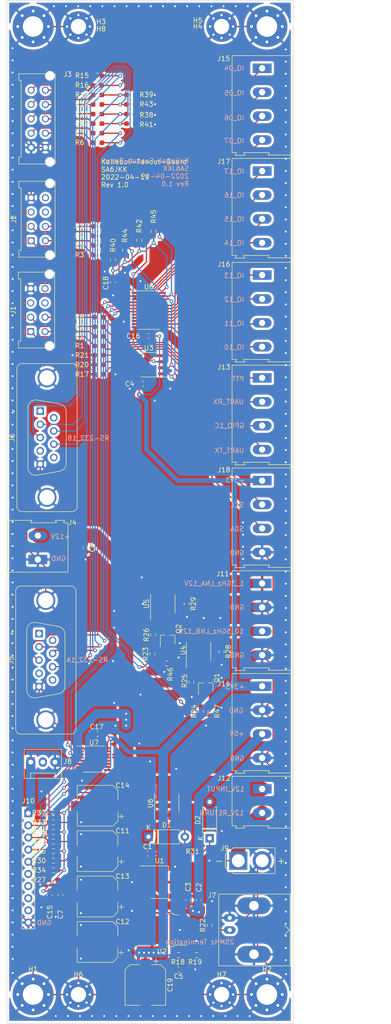
<source format=kicad_pcb>
(kicad_pcb (version 20211014) (generator pcbnew)
  (layers (0 "F.Cu" signal) (31 "B.Cu" signal) (34 "B.Paste" user) (35 "F.Paste" user) (36 "B.SilkS" user "B.Silkscreen") (37 "F.SilkS" user "F.Silkscreen") (38 "B.Mask" user) (39 "F.Mask" user) (44 "Edge.Cuts" user))
  (net 0 "")
  (net 1 "+12V")
  (net 2 "GND")
  (net 3 "+5V")
  (net 4 "+3V3")
  (net 5 "Net-(D1-Pad2)")
  (net 6 "/P12V_RETURN")
  (net 7 "/P12V_INPUT")
  (net 8 "/GPIO1A")
  (net 9 "/GPIO1B")
  (net 11 "/GPIO1C")
  (net 12 "/GPIO1D")
  (net 14 "/GPIO2A")
  (net 15 "/GPIO2B")
  (net 17 "/GPIO2C")
  (net 18 "/GPIO2D")
  (net 20 "/SERIAL1A_TXD")
  (net 21 "/SERIAL1A_RXD")
  (net 22 "/SERIAL1A_RTS")
  (net 23 "/SERIAL1A_CTS")
  (net 24 "/SERIAL1B_TXD")
  (net 25 "/SERIAL1B_RXD")
  (net 26 "/SERIAL1B_RTS")
  (net 27 "/SERIAL1B_CTS")
  (net 29 "/1A_RXD")
  (net 30 "/1A_TXD")
  (net 33 "/1A_RTS")
  (net 34 "/1A_CTS")
  (net 37 "/1B_RXD")
  (net 38 "/1B_TXD")
  (net 41 "/1B_RTS")
  (net 42 "/1B_CTS")
  (net 44 "Net-(J7-Pad1)")
  (net 46 "/Port1")
  (net 47 "/Port2")
  (net 48 "/Port3")
  (net 49 "/Port4")
  (net 54 "/1_3GHZ_LNA_12V")
  (net 55 "/10_5GHz_LNB_12V")
  (net 56 "/IO_04")
  (net 57 "/IO_05")
  (net 58 "/IO_07")
  (net 59 "/IO_06")
  (net 60 "/IO_10")
  (net 61 "/IO_11")
  (net 62 "/IO_13")
  (net 63 "/IO_12")
  (net 64 "/IO_14")
  (net 65 "/IO_15")
  (net 66 "/IO_17")
  (net 67 "/IO_16")
  (net 68 "/SDA")
  (net 69 "/SCL")
  (net 70 "/UART_RX")
  (net 71 "/UART_TX")
  (net 72 "/PTT")
  (net 73 "Net-(Q1-Pad1)")
  (net 74 "Net-(Q1-Pad3)")
  (net 75 "Net-(Q2-Pad1)")
  (net 76 "Net-(Q2-Pad3)")
  (net 77 "/IO_IRQ")
  (net 78 "/TEMP_IRQ")
  (net 79 "Net-(R17-Pad1)")
  (net 80 "Net-(R18-Pad2)")
  (net 81 "Net-(R20-Pad1)")
  (net 82 "Net-(R21-Pad1)")
  (net 83 "/1_3GHZ_LNA_EN")
  (net 84 "/10_5GHZ_LNB_EN")
  (net 85 "/MUX_A0")
  (net 86 "/MUX_A1")
  (net 93 "/GPIO_1C")
  (footprint "Resistor_SMD:R_0603_1608Metric_Pad0.98x0.95mm_HandSolder" (layer "F.Cu") (at 101.75 48.812647)
    (fp_text reference "R11")
    (fp_text value "0")
  )
  (footprint "Resistor_SMD:R_0603_1608Metric_Pad0.98x0.95mm_HandSolder" (layer "F.Cu") (at 108.75 50.812647 180)
    (fp_text reference "R41")
    (fp_text value "10k")
  )
  (footprint "TerminalBlock:TerminalBlock_Altech_AK300-2_P5.00mm" (layer "F.Cu") (at 89.25 142 90)
    (fp_text reference "J4")
    (fp_text value "Screw_Terminal_01x02")
  )
  (footprint "Resistor_SMD:R_0603_1608Metric_Pad0.98x0.95mm_HandSolder" (layer "F.Cu") (at 107.5 77.312647 -90)
    (fp_text reference "R44")
    (fp_text value "10k")
  )
  (footprint "Resistor_SMD:R_0603_1608Metric_Pad0.98x0.95mm_HandSolder" (layer "F.Cu") (at 120.425 151.26 -90)
    (fp_text reference "R29")
    (fp_text value "1k?")
  )
  (footprint "Capacitor_SMD:C_0603_1608Metric_Pad1.08x0.95mm_HandSolder" (layer "F.Cu") (at 101.75 178.5 180)
    (fp_text reference "C17")
    (fp_text value "100n")
  )
  (footprint "Resistor_SMD:R_0603_1608Metric_Pad0.98x0.95mm_HandSolder" (layer "F.Cu") (at 101.6625 42.812647)
    (fp_text reference "R16")
    (fp_text value "0")
  )
  (footprint "Resistor_SMD:R_0603_1608Metric_Pad0.98x0.95mm_HandSolder" (layer "F.Cu") (at 122.5 224.75)
    (fp_text reference "R19")
    (fp_text value "16.5k")
  )
  (footprint "Resistor_SMD:R_0603_1608Metric_Pad0.98x0.95mm_HandSolder" (layer "F.Cu") (at 102 93.312647)
    (fp_text reference "R7")
    (fp_text value "0")
  )
  (footprint "Resistor_SMD:R_0603_1608Metric_Pad0.98x0.95mm_HandSolder" (layer "F.Cu") (at 105 79.312647 -90)
    (fp_text reference "R40")
    (fp_text value "10k")
  )
  (footprint "Package_SO:SOIC-8_3.9x4.9mm_P1.27mm" (layer "F.Cu") (at 116.25 193 90)
    (fp_text reference "U6")
    (fp_text value "FDS4435")
  )
  (footprint "TerminalBlock:TerminalBlock_Altech_AK300-4_P5.00mm" (layer "F.Cu") (at 136.25 39.24 -90)
    (fp_text reference "J15")
    (fp_text value "Screw_Terminal_01x04")
  )
  (footprint "Resistor_SMD:R_0603_1608Metric_Pad0.98x0.95mm_HandSolder" (layer "F.Cu") (at 101.75 46.812647)
    (fp_text reference "R14")
    (fp_text value "0")
  )
  (footprint "Capacitor_SMD:CP_Elec_8x6.9" (layer "F.Cu") (at 101.75 222 180)
    (fp_text reference "C12")
    (fp_text value "33uF")
  )
  (footprint "Package_SO:SOIC-8_3.9x4.9mm_P1.27mm" (layer "F.Cu") (at 115.425 151.26 90)
    (fp_text reference "U5")
    (fp_text value "FDS4435")
  )
  (footprint "TerminalBlock:TerminalBlock_Altech_AK300-4_P5.00mm" (layer "F.Cu") (at 136.25 82.49 -90)
    (fp_text reference "J16")
    (fp_text value "Screw_Terminal_01x04")
  )
  (footprint "Capacitor_SMD:CP_Elec_8x6.9" (layer "F.Cu") (at 101.75 212.5 180)
    (fp_text reference "C13")
    (fp_text value "33uF")
  )
  (footprint "Package_TO_SOT_SMD:TO-252-2" (layer "F.Cu") (at 115.25 219.5 180)
    (fp_text reference "U2")
    (fp_text value "LM317_TO-252")
  )
  (footprint "Resistor_SMD:R_0603_1608Metric_Pad0.98x0.95mm_HandSolder" (layer "F.Cu") (at 127.75 161.25 -90)
    (fp_text reference "R28")
    (fp_text value "1k?")
  )
  (footprint "Resistor_SMD:R_0603_1608Metric_Pad0.98x0.95mm_HandSolder" (layer "F.Cu") (at 113.425 157.76 -90)
    (fp_text reference "R26")
    (fp_text value "100?")
  )
  (footprint "Resistor_SMD:R_0603_1608Metric_Pad0.98x0.95mm_HandSolder" (layer "F.Cu") (at 101.8375 72.312647)
    (fp_text reference "R10")
    (fp_text value "33")
  )
  (footprint "Resistor_SMD:R_0603_1608Metric_Pad0.98x0.95mm_HandSolder" (layer "F.Cu") (at 113.25 161.75 90)
    (fp_text reference "R23")
    (fp_text value "1k?")
  )
  (footprint "MountingHole:MountingHole_3.2mm_M3_Pad_Via" (layer "F.Cu") (at 97.75 233)
    (fp_text reference "H6")
    (fp_text value "MountingHole_Pad")
  )
  (footprint "Capacitor_SMD:C_0603_1608Metric_Pad1.08x0.95mm_HandSolder" (layer "F.Cu") (at 94 212.25 -90)
    (fp_text reference "C7")
    (fp_text value "100n")
  )
  (footprint "Resistor_SMD:R_0603_1608Metric_Pad0.98x0.95mm_HandSolder" (layer "F.Cu") (at 123.425 173.75 90)
    (fp_text reference "R24")
    (fp_text value "1k?")
  )
  (footprint "Resistor_SMD:R_0603_1608Metric_Pad0.98x0.95mm_HandSolder" (layer "F.Cu") (at 101.8375 74.312647)
    (fp_text reference "R9")
    (fp_text value "0")
  )
  (footprint "Connector_Molex:Molex_Micro-Fit_3.0_43045-0812_2x04_P3.00mm_Vertical" (layer "F.Cu") (at 87.75 94.312647 90)
    (fp_text reference "J1")
    (fp_text value "GPIO1 - 43025-0800")
  )
  (footprint "Capacitor_SMD:C_0603_1608Metric_Pad1.08x0.95mm_HandSolder" (layer "F.Cu") (at 118.75 227.75)
    (fp_text reference "C5")
    (fp_text value "1u")
  )
  (footprint "Resistor_SMD:R_0603_1608Metric_Pad0.98x0.95mm_HandSolder" (layer "F.Cu") (at 121.6625 204.5)
    (fp_text reference "R31")
    (fp_text value "10k")
  )
  (footprint "Resistor_SMD:R_0603_1608Metric_Pad0.98x0.95mm_HandSolder" (layer "F.Cu") (at 102 103.25 180)
    (fp_text reference "R17")
    (fp_text value "0")
  )
  (footprint "Resistor_SMD:R_0603_1608Metric_Pad0.98x0.95mm_HandSolder" (layer "F.Cu") (at 92.5 201 180)
    (fp_text reference "R32")
    (fp_text value "10k")
  )
  (footprint "MountingHole:MountingHole_3.2mm_M3_Pad_Via" (layer "F.Cu") (at 127.75 233)
    (fp_text reference "H7")
    (fp_text value "MountingHole_Pad")
  )
  (footprint "MountingHole:MountingHole_3.2mm_M3_Pad_Via" (layer "F.Cu") (at 127.75 30.5)
    (fp_text reference "H5")
    (fp_text value "MountingHole_Pad")
  )
  (footprint "Resistor_SMD:R_0603_1608Metric_Pad0.98x0.95mm_HandSolder" (layer "F.Cu") (at 121.425 167.6625 -90)
    (fp_text reference "R25")
    (fp_text value "100?")
  )
  (footprint "Connector_Coaxial:BNC_Amphenol_B6252HB-NPP3G-50_Horizontal" (layer "F.Cu") (at 129.45 219.5 -90)
    (fp_text reference "J7")
    (fp_text value "Conn_Coaxial")
  )
  (footprint "Resistor_SMD:R_0603_1608Metric_Pad0.98x0.95mm_HandSolder" (layer "F.Cu") (at 108.75 46.812647 180)
    (fp_text reference "R43")
    (fp_text value "10k")
  )
  (footprint "Package_TO_SOT_SMD:SOT-223-3_TabPin2" (layer "F.Cu") (at 114.75 209.5)
    (fp_text reference "U1")
    (fp_text value "AP7361C-33E")
  )
  (footprint "Connector_Molex:Molex_Micro-Fit_3.0_43045-0812_2x04_P3.00mm_Vertical" (layer "F.Cu") (at 87.835 75.312647 90)
    (fp_text reference "J2")
    (fp_text value "GPIO2 - 43025-0800")
  )
  (footprint "Connector_Dsub:DSUB-9_Female_Vertical_P2.77x2.84mm_MountingHoles" (layer "F.Cu") (at 89.5 157.5 90)
    (fp_text reference "J5")
    (fp_text value "DB9_Female_MountingHoles")
  )
  (footprint "TerminalBlock:TerminalBlock_Altech_AK300-4_P5.00mm" (layer "F.Cu") (at 136.25 168.5 -90)
    (fp_text reference "J14")
    (fp_text value "Screw_Terminal_01x04")
  )
  (footprint "TerminalBlock:TerminalBlock_Altech_AK300-2_P5.00mm" (layer "F.Cu") (at 136.25 190 -90)
    (fp_text reference "J12")
    (fp_text value "Screw_Terminal_01x02")
  )
  (footprint "Resistor_SMD:R_0603_1608Metric_Pad0.98x0.95mm_HandSolder" (layer "F.Cu") (at 108.75 44.812647 180)
    (fp_text reference "R39")
    (fp_text value "10k")
  )
  (footprint "Capacitor_SMD:C_0603_1608Metric_Pad1.08x0.95mm_HandSolder" (layer "F.Cu") (at 112.5 95.25 180)
    (fp_text reference "C16")
    (fp_text value "100n")
  )
  (footprint "Package_SO:SOIC-8_3.9x4.9mm_P1.27mm" (layer "F.Cu") (at 122.925 161.25 90)
    (fp_text reference "U4")
    (fp_text value "FDS4435")
  )
  (footprint "Connector_PinHeader_2.54mm:PinHeader_1x10_P2.54mm_Vertical" (layer "F.Cu") (at 87.25 195.075)
    (fp_text reference "J10")
    (fp_text value "Conn_01x10_Male")
  )
  (footprint "Package_SO:TSSOP-24_4.4x7.8mm_P0.65mm" (layer "F.Cu") (at 112.5 89.812647)
    (fp_text reference "U8")
    (fp_text value "PCA9535")
  )
  (footprint "Capacitor_SMD:C_0603_1608Metric_Pad1.08x0.95mm_HandSolder" (layer "F.Cu") (at 120.75 213.25 90)
    (fp_text reference "C3")
    (fp_text value "100n")
  )
  (footprint "Capacitor_SMD:CP_Elec_8x6.9" (layer "F.Cu") (at 101.775 193.5 180)
    (fp_text reference "C14")
    (fp_text value "33uF")
  )
  (footprint "Capacitor_SMD:C_0603_1608Metric_Pad1.08x0.95mm_HandSolder" (layer "F.Cu") (at 112.25 203.5)
    (fp_text reference "C1")
    (fp_text value "1u")
  )
  (footprint "Resistor_SMD:R_0603_1608Metric_Pad0.98x0.95mm_HandSolder" (layer "F.Cu") (at 101.8375 76.312647)
    (fp_text reference "R4")
    (fp_text value "0")
  )
  (footprint "MountingHole:MountingHole_4.3mm_M4_Pad_Via" (layer "F.Cu") (at 88.25 233)
    (fp_text reference "H1")
    (fp_text value "MountingHole_Pad")
  )
  (footprint "Resistor_SMD:R_0603_1608Metric_Pad0.98x0.95mm_HandSolder" (layer "F.Cu") (at 118.75 224.75)
    (fp_text reference "R18")
    (fp_text value "10k")
  )
  (footprint "Package_SO:TSSOP-16_4.4x5mm_P0.65mm" (layer "F.Cu") (at 101 183.75)
    (fp_text reference "U7")
    (fp_text value "74HC139")
  )
  (footprint "MountingHole:MountingHole_4.3mm_M4_Pad_Via" (layer "F.Cu") (at 137.25 233)
    (fp_text reference "H2")
    (fp_text value "MountingHole_Pad")
  )
  (footprint "Capacitor_SMD:C_0603_1608Metric_Pad1.08x0.95mm_HandSolder" (layer "F.Cu") (at 111.25 105.25)
    (fp_text reference "C4")
    (fp_text value "100n")
  )
  (footprint "MountingHole:MountingHole_4.3mm_M4_Pad_Via" (layer "F.Cu") (at 88.25 30.5)
    (fp_text reference "H3")
    (fp_text value "MountingHole_Pad")
  )
  (footprint "TerminalBlock:TerminalBlock_Altech_AK300-4_P5.00mm" (layer "F.Cu") (at 136.25 104 -90)
    (fp_text reference "J13")
    (fp_text value "Screw_Terminal_01x04")
  )
  (footprint "Resistor_SMD:R_0603_1608Metric_Pad0.98x0.95mm_HandSolder" (layer "F.Cu") (at 125.425 173.75 -90)
    (fp_text reference "R47")
    (fp_text value "10k")
  )
  (footprint "Capacitor_SMD:C_0603_1608Metric_Pad1.08x0.95mm_HandSolder" (layer "F.Cu") (at 91.75 212.25 -90)
    (fp_text reference "C15")
    (fp_text value "100n")
  )
  (footprint "Capacitor_SMD:C_0603_1608Metric_Pad1.08x0.95mm_HandSolder" (layer "F.Cu") (at 105 84 -90)
    (fp_text reference "C18")
    (fp_text value "100n")
  )
  (footprint "Capacitor_SMD:C_0603_1608Metric_Pad1.08x0.95mm_HandSolder" (layer "F.Cu") (at 99.25 139.5 -90)
    (fp_text reference "C9")
    (fp_text value "100n")
  )
  (footprint "Connector_Dsub:DSUB-9_Female_Vertical_P2.77x2.84mm_MountingHoles" (layer "F.Cu") (at 89.75 110.95 90)
    (fp_text reference "J6")
    (fp_text value "DB9_Female_MountingHoles")
  )
  (footprint "Diode_THT:D_A-405_P7.62mm_Horizontal" (layer "F.Cu") (at 112.44 200)
    (fp_text reference "D1")
    (fp_text value "3Vz?")
  )
  (footprint "Resistor_SMD:R_0603_1608Metric_Pad0.98x0.95mm_HandSolder" (layer "F.Cu") (at 92.5 195 180)
    (fp_text reference "R37")
    (fp_text value "10k")
  )
  (footprint "Capacitor_SMD:CP_Elec_8x6.9" (layer "F.Cu") (at 111.775 231 -90)
    (fp_text reference "C19")
    (fp_text value "33uF")
  )
  (footprint "MountingHole:MountingHole_3.2mm_M3_Pad_Via" (layer "F.Cu") (at 97.75 30.5)
    (fp_text reference "H8")
    (fp_text value "MountingHole_Pad")
  )
  (footprint "MountingHole:MountingHole_4.3mm_M4_Pad_Via" (layer "F.Cu") (at 137.25 30.5)
    (fp_text reference "H4")
    (fp_text value "MountingHole_Pad")
  )
  (footprint "Resistor_SMD:R_0603_1608Metric_Pad0.98x0.95mm_HandSolder" (layer "F.Cu") (at 102 99.25 180)
    (fp_text reference "R21")
    (fp_text value "0")
  )
  (footprint "Resistor_SMD:R_0603_1608Metric_Pad0.98x0.95mm_HandSolder" (layer "F.Cu") (at 102 95.312647)
    (fp_text reference "R2")
    (fp_text value "0")
  )
  (footprint "Resistor_SMD:R_0603_1608Metric_Pad0.98x0.95mm_HandSolder" (layer "F.Cu") (at 102 91.312647)
    (fp_text reference "R8")
    (fp_text value "0")
  )
  (footprint "Package_SO:SO-8_3.9x4.9mm_P1.27mm" (layer "F.Cu") (at 112.75 101.25 180)
    (fp_text reference "U3")
    (fp_text value "PCT2075D")
  )
  (footprint "Resistor_SMD:R_0603_1608Metric_Pad0.98x0.95mm_HandSolder" (layer "F.Cu") (at 102 101.25 180)
    (fp_text reference "R20")
    (fp_text value "0")
  )
  (footprint "Diode_THT:D_A-405_P7.62mm_Horizontal" (layer "F.Cu") (at 125.25 200.31 90)
    (fp_text reference "D2")
    (fp_text value "D_TVS")
  )
  (footprint "Package_TO_SOT_SMD:TSOT-23_HandSoldering" (layer "F.Cu") (at 116.425 158.76 90)
    (fp_text reference "Q2")
    (fp_text value "BCW31 NPN SOT23")
  )
  (footprint "Capacitor_SMD:C_0603_1608Metric_Pad1.08x0.95mm_HandSolder" (layer "F.Cu") (at 123 213.25 90)
    (fp_text reference "C2")
    (fp_text value "1u")
  )
  (footprint "TerminalBlock:TerminalBlock_Altech_AK300-4_P5.00mm" (layer "F.Cu") (at 136.25 60.74 -90)
    (fp_text reference "J17")
    (fp_text value "Screw_Terminal_01x04")
  )
  (footprint "Resistor_SMD:R_0603_1608Metric_Pad0.98x0.95mm_HandSolder" (layer "F.Cu") (at 101.75 52.812647)
    (fp_text reference "R5")
    (fp_text value "0")
  )
  (footprint "Package_TO_SOT_SMD:TSOT-23_HandSoldering" (layer "F.Cu") (at 124.425 168.75 90)
    (fp_text reference "Q1")
    (fp_text value "BCW31 NPN SOT23")
  )
  (footprint "TerminalBlock:TerminalBlock_Altech_AK300-4_P5.00mm" (layer "F.Cu") (at 136.25 147 -90)
    (fp_text reference "J11")
    (fp_text value "Screw_Terminal_01x04")
  )
  (footprint "Resistor_SMD:R_0603_1608Metric_Pad0.98x0.95mm_HandSolder" (layer "F.Cu") (at 108.75 48.812647 180)
    (fp_text reference "R38")
    (fp_text value "10k")
  )
  (footprint "Resistor_SMD:R_0603_1608Metric_Pad0.98x0.95mm_HandSolder" (layer "F.Cu") (at 101.75 40.812647)
    (fp_text reference "R15")
    (fp_text value "0")
  )
  (footprint "Resistor_SMD:R_0603_1608Metric_Pad0.98x0.95mm_HandSolder" (layer "F.Cu") (at 92.5 197 180)
    (fp_text reference "R33")
    (fp_text value "10k")
  )
  (footprint "Resistor_SMD:R_0603_1608Metric_Pad0.98x0.95mm_HandSolder" (layer "F.Cu") (at 101.75 54.812647)
    (fp_text reference "R6")
    (fp_text value "0")
  )
  (footprint "Resistor_SMD:R_0603_1608Metric_Pad0.98x0.95mm_HandSolder" (layer "F.Cu") (at 101.8375 78.312647)
    (fp_text reference "R3")
    (fp_text value "0")
  )
  (footprint "Resistor_SMD:R_0603_1608Metric_Pad0.98x0.95mm_HandSolder" (layer "F.Cu") (at 92.5 199 180)
    (fp_text reference "R36")
    (fp_text value "10k")
  )
  (footprint "Resistor_SMD:R_0603_1608Metric_Pad0.98x0.95mm_HandSolder" (layer "F.Cu") (at 92.5 207 180)
    (fp_text reference "R34")
    (fp_text value "10k")
  )
  (footprint "Resistor_SMD:R_0603_1608Metric_Pad0.98x0.95mm_HandSolder" (layer "F.Cu") (at 113.5 73.312647 -90)
    (fp_text reference "R45")
    (fp_text value "10k")
  )
  (footprint "Capacitor_SMD:CP_Elec_8x6.9" (layer "F.Cu") (at 101.75 203 180)
    (fp_text reference "C11")
    (fp_text value "33uF")
  )
  (footprint "Connector_Molex:Molex_Micro-Fit_3.0_43045-1012_2x05_P3.00mm_Vertical" (layer "F.Cu") (at 87.835 55.812647 90)
    (fp_text reference "J3")
    (fp_text value "RS232 - 43025-1000")
  )
  (footprint "Resistor_SMD:R_0603_1608Metric_Pad0.98x0.95mm_HandSolder" (layer "F.Cu") (at 102 97.312647)
    (fp_text reference "R1")
    (fp_text value "0")
  )
  (footprint "Resistor_SMD:R_0603_1608Metric_Pad0.98x0.95mm_HandSolder" (layer "F.Cu") (at 101.75 50.812647)
    (fp_text reference "R12")
    (fp_text value "0")
  )
  (footprint "Resistor_SMD:R_0603_1608Metric_Pad0.98x0.95mm_HandSolder" (layer "F.Cu") (at 110.5 75.225147 -90)
    (fp_text reference "R42")
    (fp_text value "10k")
  )
  (footprint "Resistor_SMD:R_0603_1608Metric_Pad0.98x0.95mm_HandSolder" (layer "F.Cu") (at 92.5 209 180)
    (fp_text reference "R27")
    (fp_text value "10k")
  )
  (footprint "Resistor_SMD:R_0603_1608Metric_Pad0.98x0.95mm_HandSolder" (layer "F.Cu") (at 92.5 205 180)
    (fp_text reference "R30")
    (fp_text value "10k")
  )
  (footprint "Connector:FanPinHeader_1x03_P2.54mm_Vertical" (layer "F.Cu") (at 87.75 184.375)
    (fp_text reference "J8")
    (fp_text value "Conn_01x03_Male")
  )
  (footprint "Resistor_SMD:R_0603_1608Metric_Pad0.98x0.95mm_HandSolder" (layer "F.Cu") (at 92.5 203 180)
    (fp_text reference "R35")
    (fp_text value "10k")
  )
  (footprint "Resistor_SMD:R_0603_1608Metric_Pad0.98x0.95mm_HandSolder" (layer "F.Cu") (at 125.25 218.5 90)
    (fp_text reference "R22")
    (fp_text value "50")
  )
  (footprint "Connector_AMASS:AMASS_XT30U-F_1x02_P5.0mm_Vertical" (layer "F.Cu") (at 131.25 205)
    (fp_text reference "J9")
    (fp_text value "Conn_01x02_Male")
  )
  (footprint "TerminalBlock:TerminalBlock_Altech_AK300-4_P5.00mm" (layer "F.Cu") (at 136.25 125.49 -90)
    (fp_text reference "J18")
    (fp_text value "Screw_Terminal_01x04")
  )
  (footprint "Resistor_SMD:R_0603_1608Metric_Pad0.98x0.95mm_HandSolder" (layer "F.Cu") (at 101.75 44.812647)
    (fp_text reference "R13")
    (fp_text value "0")
  )
  (footprint "Resistor_SMD:R_0603_1608Metric_Pad0.98x0.95mm_HandSolder" (layer "F.Cu") (at 116.25 163.76 180)
    (fp_text reference "R46")
    (fp_text value "10k")
  )
  (gr_rect (start 82.75 25) (end 142.75 239) (layer "Edge.Cuts") (width 0.1) (fill none))
  (gr_text "Kallebol-Fanout-Board\nSA6JKK\n2022-04-19\nRev 1.0" (at 121 61) (layer "B.SilkS") (effects (font (size 1 1)) (justify left mirror)))
  (gr_text "SDA" (at 131 135.6) (layer "B.SilkS") (effects (font (size 1 1)) (justify mirror)))
  (gr_text "IO_13" (at 130.4 82.6) (layer "B.SilkS") (effects (font (size 1 1)) (justify mirror)))
  (gr_text "IO_17" (at 130.4 60.8) (layer "B.SilkS") (effects (font (size 1 1)) (justify mirror)))
  (gr_text "IO_11" (at 130.4 92.6) (layer "B.SilkS") (effects (font (size 1 1)) (justify mirror)))
  (gr_text "+5V" (at 131 178.4) (layer "B.SilkS") (effects (font (size 1 1)) (justify mirror)))
  (gr_text "IO_10" (at 130.4 97.6) (layer "B.SilkS") (effects (font (size 1 1)) (justify mirror)))
  (gr_text "GND" (at 90.6 218) (layer "B.SilkS") (effects (font (size 1 1)) (justify mirror)))
  (gr_text "1_3GHz_LNA_12V" (at 126.2 147) (layer "B.SilkS") (effects (font (size 1 1)) (justify mirror)))
  (gr_text "12V_INPUT" (at 128.6 190) (layer "B.SilkS") (effects (font (size 1 1)) (justify mirror)))
  (gr_text "IO_07" (at 130.4 54.4) (layer "B.SilkS") (effects (font (size 1 1)) (justify mirror)))
  (gr_text "RS-232_1A\n" (at 99.6 163) (layer "B.SilkS") (effects (font (size 1 1)) (justify mirror)))
  (gr_text "IO_15" (at 130.4 70.8) (layer "B.SilkS") (effects (font (size 1 1)) (justify mirror)))
  (gr_text "UART_TX" (at 129.4 119.2) (layer "B.SilkS") (effects (font (size 1 1)) (justify mirror)))
  (gr_text "GND" (at 131 152) (layer "B.SilkS") (effects (font (size 1 1)) (justify mirror)))
  (gr_text "10_5GHz_LNB_12V" (at 125.6 157) (layer "B.SilkS") (effects (font (size 1 1)) (justify mirror)))
  (gr_text "+12V" (at 94 137.2) (layer "B.SilkS") (effects (font (size 1 1)) (justify mirror)))
  (gr_text "GND" (at 93.6 141.8) (layer "B.SilkS") (effects (font (size 1 1)) (justify mirror)))
  (gr_text "GPIO_1C" (at 129.4 114) (layer "B.SilkS") (effects (font (size 1 1)) (justify mirror)))
  (gr_text "IO_14" (at 130.4 75.8) (layer "B.SilkS") (effects (font (size 1 1)) (justify mirror)))
  (gr_text "GND" (at 130.8 173.6) (layer "B.SilkS") (effects (font (size 1 1)) (justify mirror)))
  (gr_text "IO_12" (at 130.4 87.6) (layer "B.SilkS") (effects (font (size 1 1)) (justify mirror)))
  (gr_text "UART_RX" (at 129.2 109) (layer "B.SilkS") (effects (font (size 1 1)) (justify mirror)))
  (gr_text "GND" (at 131 140.6) (layer "B.SilkS") (effects (font (size 1 1)) (justify mirror)))
  (gr_text "IO_06" (at 130.4 49.6) (layer "B.SilkS") (effects (font (size 1 1)) (justify mirror)))
  (gr_text "PTT" (at 131.2 104.2) (layer "B.SilkS") (effects (font (size 1 1)) (justify mirror)))
  (gr_text "12V_RETURN" (at 127.8 195) (layer "B.SilkS") (effects (font (size 1 1)) (justify mirror)))
  (gr_text "GND" (at 131 183.6) (layer "B.SilkS") (effects (font (size 1 1)) (justify mirror)))
  (gr_text "+3V3" (at 130.6 125.4) (layer "B.SilkS") (effects (font (size 1 1)) (justify mirror)))
  (gr_text "+12V" (at 91 195.2) (layer "B.SilkS") (effects (font (size 1 1)) (justify mirror)))
  (gr_text "SCL" (at 131 130.6) (layer "B.SilkS") (effects (font (size 1 1)) (justify mirror)))
  (gr_text "+3V3" (at 130.6 168.6) (layer "B.SilkS") (effects (font (size 1 1)) (justify mirror)))
  (gr_text "25MHz Termination" (at 123.2 222) (layer "B.SilkS") (effects (font (size 1 1)) (justify mirror)))
  (gr_text "IO_04" (at 130.4 39.2) (layer "B.SilkS") (effects (font (size 1 1)) (justify mirror)))
  (gr_text "IO_05" (at 130.4 44.4) (layer "B.SilkS") (effects (font (size 1 1)) (justify mirror)))
  (gr_text "IO_16" (at 130.4 65.8) (layer "B.SilkS") (effects (font (size 1 1)) (justify mirror)))
  (gr_text "GND" (at 131 162) (layer "B.SilkS") (effects (font (size 1 1)) (justify mirror)))
  (gr_text "RS-232_1B" (at 99.8 116.6) (layer "B.SilkS") (effects (font (size 1 1)) (justify mirror)))
  (gr_text "Kallebol-Fanout-Board\nSA6JKK\n2022-04-19\nRev 1.0" (at 102.4 61.2) (layer "F.SilkS") (effects (font (size 1 1)) (justify left)))
  (segment (start 112.44 196.39) (end 111.525 195.475) (width 2) (layer "F.Cu") (net 1))
  (segment (start 95.75 208) (end 94.75 209) (width 0.25) (layer "F.Cu") (net 1))
  (segment (start 98.457253 137) (end 97.62452 137) (width 2) (layer "F.Cu") (net 1))
  (segment (start 93.4125 209) (end 94.75 209) (width 0.25) (layer "F.Cu") (net 1))
  (segment (start 89.25 137) (end 94.75 137) (width 3) (layer "F.Cu") (net 1))
  (segment (start 107.75 167.75) (end 116.995 167.75) (width 2) (layer "F.Cu") (net 1))
  (segment (start 95.75 204.25) (end 95 205) (width 0.25) (layer "F.Cu") (net 1))
  (segment (start 115.83048 153.96452) (end 115.83048 153.735) (width 2) (layer "F.Cu") (net 1))
  (segment (start 101.25 137) (end 107.75 143.5) (width 3) (layer "F.Cu") (net 1))
  (segment (start 105.25 191.25) (end 105.25 193.5) (width 0.25) (layer "F.Cu") (net 1))
  (segment (start 121.425 164.13) (end 121.02 163.725) (width 0.25) (layer "F.Cu") (net 1))
  (segment (start 111 201.44) (end 111 196) (width 2) (layer "F.Cu") (net 1))
  (segment (start 105.225 203) (end 105.25 202.975) (width 2) (layer "F.Cu") (net 1))
  (segment (start 95.75 200.75) (end 95.75 200.5) (width 0.25) (layer "F.Cu") (net 1))
  (segment (start 95.75 200.5) (end 95.75 204.25) (width 0.25) (layer "F.Cu") (net 1))
  (segment (start 109.6 205.2) (end 109.6 196.6) (width 2) (layer "F.Cu") (net 1))
  (segment (start 105.25 193.5) (end 105.775 194.025) (width 0.25) (layer "F.Cu") (net 1))
  (segment (start 114.345 195.475) (end 111.525 195.475) (width 2) (layer "F.Cu") (net 1))
  (segment (start 112.44 200) (end 111 201.44) (width 2) (layer "F.Cu") (net 1))
  (segment (start 107.75 183.792747) (end 107.75 176.75) (width 2) (layer "F.Cu") (net 1))
  (segment (start 95.75 200.5) (end 95.75 197) (width 0.25) (layer "F.Cu") (net 1))
  (segment (start 111.6 207.2) (end 109.6 205.2) (width 2) (layer "F.Cu") (net 1))
  (segment (start 111 206.6) (end 111.6 207.2) (width 2) (layer "F.Cu") (net 1))
  (segment (start 107.75 176.75) (end 107.75 175.5) (width 2) (layer "F.Cu") (net 1))
  (segment (start 113.425 153.83) (end 113.52 153.735) (width 0.25) (layer "F.Cu") (net 1))
  (segment (start 116.995 167.75) (end 121.02 163.725) (width 2) (layer "F.Cu") (net 1))
  (segment (start 113.425 156.8475) (end 113.425 153.83) (width 0.25) (layer "F.Cu") (net 1))
  (segment (start 105.225 203) (end 105.225 206.525) (width 2) (layer "F.Cu") (net 1))
  (segment (start 121.425 166.75) (end 121.425 164.13) (width 0.25) (layer "F.Cu") (net 1))
  (segment (start 107.75 174.25) (end 107.75 167.75) (width 2) (layer "F.Cu") (net 1))
  (segment (start 95.75 204.25) (end 95.75 208) (width 0.25) (layer "F.Cu") (net 1))
  (segment (start 111.525 195.475) (end 112.25 194.75) (width 2) (layer "F.Cu") (net 1))
  (segment (start 107.75 143.5) (end 107.75 183.792747) (width 3) (layer "F.Cu") (net 1))
  (segment (start 105.225 203) (end 107.4 203) (width 2) (layer "F.Cu") (net 1))
  (segment (start 105.225 206.525) (end 105.225 212.5) (width 2) (layer "F.Cu") (net 1))
  (segment (start 115.615 195.475) (end 114.345 195.475) (width 2) (layer "F.Cu") (net 1))
  (segment (start 104.75 190.75) (end 105.25 191.25) (width 0.25) (layer "F.Cu") (net 1))
  (segment (start 111 196) (end 111.525 195.475) (width 2) (layer "F.Cu") (net 1))
  (segment (start 105.25 197.25) (end 105.25 193.5) (width 2) (layer "F.Cu") (net 1))
  (segment (start 105.25 202.975) (end 105.25 197.25) (width 2) (layer "F.Cu") (net 1))
  (segment (start 112 194.75) (end 112 188.042747) (width 3) (layer "F.Cu") (net 1))
  (segment (start 95.75 191.75) (end 96.75 190.75) (width 0.25) (layer "F.Cu") (net 1))
  (segment (start 105.45 197.25) (end 107.225 195.475) (width 2) (layer "F.Cu") (net 1))
  (segment (start 111 201.44) (end 111 206.6) (width 2) (layer "F.Cu") (net 1))
  (segment (start 107.75 154.25) (end 115.545 154.25) (width 2) (layer "F.Cu") (net 1))
  (segment (start 115.545 154.25) (end 115.83048 153.96452) (width 2) (layer "F.Cu") (net 1))
  (segment (start 107.75 154.25) (end 107.75 146.292747) (width 2) (layer "F.Cu") (net 1))
  (segment (start 107.75 143.5) (end 107.75 146.292747) (width 3) (layer "F.Cu") (net 1))
  (segment (start 94.75 137) (end 101.25 137) (width 3) (layer "F.Cu") (net 1))
  (segment (start 121.02 163.725) (end 123.33048 163.725) (width 2) (layer "F.Cu") (net 1))
  (segment (start 93.4125 197) (end 95.75 197) (width 0.25) (layer "F.Cu") (net 1))
  (segment (start 95.5 201) (end 95.75 200.75) (width 0.25) (layer "F.Cu") (net 1))
  (segment (start 95.75 197) (end 95.75 191.75) (width 0.25) (layer "F.Cu") (net 1))
  (segment (start 95 205) (end 93.4125 205) (width 0.25) (layer "F.Cu") (net 1))
  (segment (start 96.75 190.75) (end 104.75 190.75) (width 0.25) (layer "F.Cu") (net 1))
  (segment (start 112.44 200) (end 112.44 196.39) (width 2) (layer "F.Cu") (net 1))
  (segment (start 107.75 167.75) (end 107.75 154.25) (width 2) (layer "F.Cu") (net 1))
  (segment (start 94.75 137) (end 97.62452 137) (width 3) (layer "F.Cu") (net 1))
  (segment (start 94 209.5875) (end 93.4125 209) (width 0.25) (layer "F.Cu") (net 1))
  (segment (start 93.4125 201) (end 95.5 201) (width 0.25) (layer "F.Cu") (net 1))
  (segment (start 94 211.3875) (end 94 209.5875) (width 0.25) (layer "F.Cu") (net 1))
  (segment (start 107.225 195.475) (end 105.775 194.025) (width 2) (layer "F.Cu") (net 1))
  (segment (start 107.75 175.5) (end 107.75 174.25) (width 2) (layer "F.Cu") (net 1))
  (segment (start 111.525 195.475) (end 107.225 195.475) (width 2) (layer "F.Cu") (net 1))
  (segment (start 107.4 203) (end 111 206.6) (width 2) (layer "F.Cu") (net 1))
  (segment (start 105.25 197.25) (end 105.45 197.25) (width 2) (layer "F.Cu") (net 1))
  (segment (start 105.225 212.5) (end 105.225 222) (width 2) (layer "F.Cu") (net 1))
  (segment (start 112 188.042747) (end 107.75 183.792747) (width 3) (layer "F.Cu") (net 1))
  (via (at 107.75 174.25) (size 0.8) (drill 0.4) (layers "F.Cu" "B.Cu") (net 1))
  (via (at 107.75 176.75) (size 0.8) (drill 0.4) (layers "F.Cu" "B.Cu") (net 1))
  (via (at 107.75 175.5) (size 0.8) (drill 0.4) (layers "F.Cu" "B.Cu") (net 1))
  (segment (start 97.599511 178.150489) (end 97.599511 183.16254) (width 2) (layer "B.Cu") (net 1))
  (segment (start 87.75 194.575) (end 87.25 195.075) (width 0.25) (layer "B.Cu") (net 1))
  (segment (start 107.75 174.25) (end 101.5 174.25) (width 2) (layer "B.Cu") (net 1))
  (segment (start 87.75 184.375) (end 87.75 194.575) (width 2) (layer "B.Cu") (net 1))
  (segment (start 107.75 176.75) (end 107.75 174.25) (width 2) (layer "B.Cu") (net 1))
  (segment (start 101.5 174.25) (end 97.599511 178.150489) (width 2) (layer "B.Cu") (net 1))
  (segment (start 96.387051 184.375) (end 92.83 184.375) (width 2) (layer "B.Cu") (net 1))
  (segment (start 97.599511 183.16254) (end 96.387051 184.375) (width 2) (layer "B.Cu") (net 1))
  (segment (start 91.17 103.99) (end 93.91 101.25) (width 0.25) (layer "F.Cu") (net 2))
  (segment (start 129.135184 224.58) (end 128.965184 224.75) (width 0.25) (layer "F.Cu") (net 2))
  (segment (start 100.125361 182.775) (end 98.825361 181.475) (width 0.25) (layer "F.Cu") (net 2))
  (segment (start 109.6625 48.812647) (end 109.6625 46.812647) (width 0.25) (layer "F.Cu") (net 2))
  (segment (start 111.437353 44.812647) (end 113.437353 44.812647) (width 0.25) (layer "F.Cu") (net 2))
  (segment (start 98.3 202.975) (end 98.275 203) (width 0.25) (layer "F.Cu") (net 2))
  (segment (start 109.6625 44.812647) (end 109.6625 42.4125) (width 0.25) (layer "F.Cu") (net 2))
  (segment (start 89.75 122.03) (end 89.75 127.57) (width 0.25) (layer "F.Cu") (net 2))
  (segment (start 117.375 163.5475) (end 117.375 160.47) (width 0.25) (layer "F.Cu") (net 2))
  (segment (start 138.554511 149.695489) (end 138.554511 142.794511) (width 0.25) (layer "F.Cu") (net 2))
  (segment (start 86.94548 133.21452) (end 86.94548 139.69548) (width 0.25) (layer "F.Cu") (net 2))
  (segment (start 100.8875 182.1625) (end 100.8875 178.5) (width 0.25) (layer "F.Cu") (net 2))
  (segment (start 97.75 227) (end 98.275 226.475) (width 0.25) (layer "F.Cu") (net 2))
  (segment (start 111.6 209.5) (end 113.5 209.5) (width 0.25) (layer "F.Cu") (net 2))
  (segment (start 125.375 170.46) (end 126.29 170.46) (width 0.25) (layer "F.Cu") (net 2))
  (segment (start 110.800103 108.224511) (end 106.062011 108.224511) (width 0.25) (layer "F.Cu") (net 2))
  (segment (start 90.92 175.54) (end 92.2025 175.54) (width 0.25) (layer "F.Cu") (net 2))
  (segment (start 86.75 108.41) (end 86.75 124.57) (width 0.25) (layer "F.Cu") (net 2))
  (segment (start 117.1625 163.76) (end 117.375 163.5475) (width 0.25) (layer "F.Cu") (net 2))
  (segment (start 130.2 216.96) (end 132.74 216.96) (width 0.25) (layer "F.Cu") (net 2))
  (segment (start 125.425 170.51) (end 125.375 170.46) (width 0.25) (layer "F.Cu") (net 2))
  (segment (start 136.25 205) (end 139.75 201.5) (width 0.25) (layer "F.Cu") (net 2))
  (segment (start 135.28 224.58) (end 129.135184 224.58) (width 0.25) (layer "F.Cu") (net 2))
  (segment (start 108.132169 95.25) (end 99.269327 86.387158) (width 0.25) (layer "F.Cu") (net 2))
  (segment (start 112.1125 105.25) (end 112.1125 106.912114) (width 0.25) (layer "F.Cu") (net 2))
  (segment (start 90.92 143.67) (end 89.25 142) (width 0.25) (layer "F.Cu") (net 2))
  (segment (start 125.25 217.5875) (end 125.25 214.6375) (width 0.25) (layer "F.Cu") (net 2))
  (segment (start 98.825361 181.475) (end 98.1375 181.475) (width 0.25) (layer "F.Cu") (net 2))
  (segment (start 117.375 158.875) (end 124.25 152) (width 1) (layer "F.Cu") (net 2))
  (segment (start 98.825361 186.025) (end 100.275 184.575361) (width 0.25) (layer "F.Cu") (net 2))
  (segment (start 111.499853 95.25) (end 109.6375 93.387647) (width 0.25) (layer "F.Cu") (net 2))
  (segment (start 98.3 196.95) (end 98.3 199.45) (width 0.25) (layer "F.Cu") (net 2))
  (segment (start 138.554511 171.195489) (end 138.554511 164.304511) (width 0.25) (layer "F.Cu") (net 2))
  (segment (start 98.275 215.975) (end 98.275 212.5) (width 0.25) (layer "F.Cu") (net 2))
  (segment (start 124.0775 152.1725) (end 124.25 152) (width 0.25) (layer "F.Cu") (net 2))
  (segment (start 88.25 233) (end 95.35 233) (width 0.25) (layer "F.Cu") (net 2))
  (segment (start 98.275 218.475) (end 98.275 215.975) (width 0.25) (layer "F.Cu") (net 2))
  (segment (start 86.76048 67.387167) (end 86.76048 84.323127) (width 0.25) (layer "F.Cu") (net 2))
  (segment (start 88.824511 84.238136) (end 87.75 85.312647) (width 0.25) (layer "F.Cu") (net 2))
  (segment (start 87.675969 153.784031) (end 87.675969 172.295969) (width 0.25) (layer "F.Cu") (net 2))
  (segment (start 91.17 103.99) (end 86.67548 99.49548) (width 0.25) (layer "F.Cu") (net 2))
  (segment (start 138.554511 142.794511) (end 136.25 140.49) (width 0.25) (layer "F.Cu") (net 2))
  (segment (start 139.75 201.5) (end 139.75 187) (width 0.25) (layer "F.Cu") (net 2))
  (segment (start 83.95 51.927647) (end 83.95 35.05) (width 0.25) (layer "F.Cu") (net 2))
  (segment (start 100.275 182.775) (end 100.8875 182.1625) (width 0.25) (layer "F.Cu") (net 2))
  (segment (start 111.6375 95.25) (end 108.132169 95.25) (width 0.25) (layer "F.Cu") (net 2))
  (segment (start 138.55452 159.69548) (end 138.55452 154.30452) (width 0.25) (layer "F.Cu") (net 2))
  (segment (start 125.25 217.5875) (end 125.8775 216.96) (width 0.25) (layer "F.Cu") (net 2))
  (segment (start 128.965184 224.75) (end 123.4125 224.75) (width 0.25) (layer "F.Cu") (net 2))
  (segment (start 136.25 183.5) (end 138.55452 181.19548) (width 0.25) (layer "F.Cu") (net 2))
  (segment (start 137.25 226.55) (end 135.28 224.58) (width 0.25) (layer "F.Cu") (net 2))
  (segment (start 137.25 233) (end 137.25 226.55) (width 0.25) (layer "F.Cu") (net 2))
  (segment (start 94 213.1125) (end 91.75 213.1125) (width 0.25) (layer "F.Cu") (net 2))
  (segment (start 83.95 34.8) (end 88.25 30.5) (width 0.25) (layer "F.Cu") (net 2))
  (segment (start 109.6625 50.812647) (end 109.6625 48.812647) (width 0.25) (layer "F.Cu") (net 2))
  (segment (start 101.0875 99.25) (end 101.0875 101.25) (width 0.25) (layer "F.Cu") (net 2))
  (segment (start 87.835 66.312647) (end 87.835 55.812647) (width 0.25) (layer "F.Cu") (net 2))
  (segment (start 135.28 214.42) (end 135.28 205.97) (width 0.25) (layer "F.Cu") (net 2))
  (segment (start 112.5 100.475386) (end 113.630386 99.345) (width 0.25) (layer "F.Cu") (net 2))
  (segment (start 136.25 162) (end 138.55452 159.69548) (width 0.25) (layer "F.Cu") (net 2))
  (segment (start 120.4125 227.75) (end 123.4125 224.75) (width 0.25) (layer "F.Cu") (net 2))
  (segment (start 138.554511 164.304511) (end 136.25 162) (width 0.25) (layer "F.Cu") (net 2))
  (segment (start 104.375636 84.238136) (end 88.824511 84.238136) (width 0.25) (layer "F.Cu") (net 2))
  (segment (start 84.75 181.71) (end 90.92 175.54) (width 0.25) (layer "F.Cu") (net 2))
  (segment (start 110.3 233) (end 111.775 234.475) (width 0.25) (layer "F.Cu") (net 2))
  (segment (start 94 213.1125) (end 97.6625 213.1125) (width 0.25) (layer "F.Cu") (net 2))
  (segment (start 109.6375 86.887647) (end 107.025147 86.887647) (width 0.25) (layer "F.Cu") (net 2))
  (segment (start 98.3 199.45) (end 98.3 202.975) (width 0.25) (layer "F.Cu") (net 2))
  (segment (start 87.25 217.935) (end 84.75 215.435) (width 0.25) (layer "F.Cu") (net 2))
  (segment (start 97.75 233) (end 110.3 233) (width 0.25) (layer "F.Cu") (net 2))
  (segment (start 120.425 152.1725) (end 124.0775 152.1725) (width 0.25) (layer "F.Cu") (net 2))
  (segment (start 98.275 212.5) (end 98.275 208.975) (width 0.25) (layer "F.Cu") (net 2))
  (segment (start 88.25 218.935) (end 87.25 217.935) (width 0.25) (layer "F.Cu") (net 2))
  (segment (start 89.25 142) (end 97.6125 142) (width 0.25) (layer "F.Cu") (net 2))
  (segment (start 89.75 127.57) (end 91.17 128.99) (width 0.25) (layer "F.Cu") (net 2))
  (segment (start 91.17 128.99) (end 86.94548 133.21452) (width 0.25) (layer "F.Cu") (net 2))
  (segment (start 91.17 103.99) (end 86.75 108.41) (width 0.25) (layer "F.Cu") (net 2))
  (segment (start 106.062011 108.224511) (end 101.0875 103.25) (width 0.25) (layer "F.Cu") (net 2))
  (segment (start 124.25 152) (end 136.25 152) (width 2) (layer "F.Cu") (net 2))
  (segment (start 98.275 208.975) (end 98.275 206.225) (width 0.25) (layer "F.Cu") (net 2))
  (segment (start 117.9 209.5) (end 117.9 209.5375) (width 0.25) (layer "F.Cu") (net 2))
  (segment (start 109.6625 44.812647) (end 109.6625 46.812647) (width 0.25) (layer "F.Cu") (net 2))
  (segment (start 92.2025 175.54) (end 98.1375 181.475) (width 0.25) (layer "F.Cu") (net 2))
  (segment (start 134.75 162) (end 136.25 162) (width 2) (layer "F.Cu") (net 2))
  (segment (start 135.28 205.97) (end 136.25 205) (width 0.25) (layer "F.Cu") (net 2))
  (segment (start 117.375 160.47) (end 117.375 158.875) (width 0.25) (layer "F.Cu") (net 2))
  (segment (start 127.75 233) (end 137.25 233) (width 0.25) (layer "F.Cu") (net 2))
  (segment (start 136.25 173.5) (end 138.554511 171.195489) (width 0.25) (layer "F.Cu") (net 2))
  (segment (start 112.1125 105.25) (end 112.5 104.8625) (width 0.25) (layer "F.Cu") (net 2))
  (segment (start 93.91 101.25) (end 101.0875 101.25) (width 0.25) (layer "F.Cu") (net 2))
  (segment (start 99.269327 86.387158) (end 88.824511 86.387158) (width 0.25) (layer "F.Cu") (net 2))
  (segment (start 98.275 206.225) (end 98.275 203) (width 0.25) (layer "F.Cu") (net 2))
  (segment (start 126.29 170.46) (end 134.75 162) (width 2) (layer "F.Cu") (net 2))
  (segment (start 135.28 224.58) (end 135.28 214.42) (width 0.25) (layer "F.Cu") (net 2))
  (segment (start 87.835 66.312647) (end 86.76048 67.387167) (width 0.25) (layer "F.Cu") (net 2))
  (segment (start 98.3 193.5) (end 98.3 196.95) (width 0.25) (layer "F.Cu") (net 2))
  (segment (start 98.275 222) (end 98.275 225.475) (width 0.25) (layer "F.Cu") (net 2))
  (segment (start 86.76048 84.323127) (end 87.75 85.312647) (width 0.25) (layer "F.Cu") (net 2))
  (segment (start 97.75 233) (end 97.75 227) (width 0.25) (layer "F.Cu") (net 2))
  (segment (start 107.025147 86.887647) (end 105 84.8625) (width 0.25) (layer "F.Cu") (net 2))
  (segment (start 138.55452 181.19548) (end 138.55452 175.80452) (width 0.25) (layer "F.Cu") (net 2))
  (segment (start 139.75 187) (end 136.25 183.5) (width 0.25) (layer "F.Cu") (net 2))
  (segment (start 125.25 214.6375) (end 123 212.3875) (width 0.25) (layer "F.Cu") (net 2))
  (segment (start 86.67548 99.49548) (end 86.67548 86.387167) (width 0.25) (layer "F.Cu") (net 2))
  (segment (start 105 84.8625) (end 104.375636 84.238136) (width 0.25) (layer "F.Cu") (net 2))
  (segment (start 86.94548 139.69548) (end 89.25 142) (width 0.25) (layer "F.Cu") (net 2))
  (segment (start 83.95 35.05) (end 83.95 34.8) (width 0.25) (layer "F.Cu") (net 2))
  (segment (start 109.6375 87.537647) (end 109.6375 86.887647) (width 0.25) (layer "F.Cu") (net 2))
  (segment (start 98.275 226.475) (end 98.275 225.475) (width 0.25) (layer "F.Cu") (net 2))
  (segment (start 98.1375 186.025) (end 98.825361 186.025) (width 0.25) (layer "F.Cu") (net 2))
  (segment (start 120.75 212.3875) (end 123 212.3875) (width 0.25) (layer "F.Cu") (net 2))
  (segment (start 113.5 209.5) (end 117.9 209.5) (width 0.25) (layer "F.Cu") (net 2))
  (segment (start 100.275 182.775) (end 100.125361 182.775) (width 0.25) (layer "F.Cu") (net 2))
  (segment (start 109.6625 42.4125) (end 97.75 30.5) (width 0.25) (layer "F.Cu") (net 2))
  (segment (start 90.835 55.812647) (end 87.835 55.812647) (width 0.25) (layer "F.Cu") (net 2))
  (segment (start 111.6375 95.25) (end 111.499853 95.25) (width 0.25) (layer "F.Cu") (net 2))
  (segment (start 90.92 150.54) (end 87.675969 153.784031) (width 0.25) (layer "F.Cu") (net 2))
  (segment (start 86.75 124.57) (end 91.17 128.99) (width 0.25) (layer "F.Cu") (net 2))
  (segment (start 125.8775 216.96) (end 130.2 216.96) (width 0.25) (layer "F.Cu") (net 2))
  (segment (start 89.5 168.58) (end 89.5 174.12) (width 0.25) (layer "F.Cu") (net 2))
  (segment (start 138.55452 175.80452) (end 136.25 173.5) (width 0.25) (layer "F.Cu") (net 2))
  (segment (start 119.6125 227.75) (end 120.4125 227.75) (width 0.25) (layer "F.Cu") (net 2))
  (segment (start 86.67548 86.387167) (end 87.75 85.312647) (width 0.25) (layer "F.Cu") (net 2))
  (segment (start 113.1125 203.5) (end 113.5 203.8875) (width 0.25) (layer "F.Cu") (net 2))
  (segment (start 113.630386 99.345) (end 115.325 99.345) (width 0.25) (layer "F.Cu") (net 2))
  (segment (start 127.75 30.5) (end 137.25 30.5) (width 0.25) (layer "F.Cu") (net 2))
  (segment (start 113.437353 44.812647) (end 127.75 30.5) (width 0.25) (layer "F.Cu") (net 2))
  (segment (start 88.25 30.5) (end 97.75 30.5) (width 0.25) (layer "F.Cu") (net 2))
  (segment (start 113.25 233) (end 127.75 233) (width 0.25) (layer "F.Cu") (net 2))
  (segment (start 97.6125 142) (end 99.25 140.3625) (width 0.25) (layer "F.Cu") (net 2))
  (segment (start 84.75 215.435) (end 84.75 181.71) (width 0.25) (layer "F.Cu") (net 2))
  (segment (start 113.5 203.8875) (end 113.5 209.5) (width 0.25) (layer "F.Cu") (net 2))
  (segment (start 87.25 217.935) (end 91.75 213.435) (width 0.25) (layer "F.Cu") (net 2))
  (segment (start 103.8625 183.425) (end 103.8625 182.775) (width 0.25) (layer "F.Cu") (net 2))
  (segment (start 117.9 209.5375) (end 120.75 212.3875) (width 0.25) (layer "F.Cu") (net 2))
  (segment (start 132.74 216.96) (end 135.28 214.42) (width 0.25) (layer "F.Cu") (net 2))
  (segment (start 109.6625 44.812647) (end 111.437353 44.812647) (width 0.25) (layer "F.Cu") (net 2))
  (segment (start 88.824511 86.387158) (end 87.75 85.312647) (width 0.25) (layer "F.Cu") (net 2))
  (segment (start 112.5 104.8625) (end 112.5 100.475386) (width 0.25) (layer "F.Cu") (net 2))
  (segment (start 112.1125 106.912114) (end 110.800103 108.224511) (width 0.25) (layer "F.Cu") (net 2))
  (segment (start 138.55452 154.30452) (end 136.25 152) (width 0.25) (layer "F.Cu") (net 2))
  (segment (start 89.5 174.12) (end 90.92 175.54) (width 0.25) (layer "F.Cu") (net 2))
  (segment (start 101.0875 103.25) (end 101.0875 101.25) (width 0.25) (layer "F.Cu") (net 2))
  (segment (start 90.92 150.54) (end 90.92 143.67) (width 0.25) (layer "F.Cu") (net 2))
  (segment (start 125.425 172.8375) (end 125.425 170.51) (width 0.25) (layer "F.Cu") (net 2))
  (segment (start 98.275 222) (end 98.275 218.475) (width 0.25) (layer "F.Cu") (net 2))
  (segment (start 87.835 55.812647) (end 83.95 51.927647) (width 0.25) (layer "F.Cu") (net 2))
  (segment (start 87.675969 172.295969) (end 90.92 175.54) (width 0.25) (layer "F.Cu") (net 2))
  (segment (start 88.25 233) (end 88.25 218.935) (width 0.25) (layer "F.Cu") (net 2))
  (segment (start 100.275 184.575361) (end 100.275 182.775) (width 0.25) (layer "F.Cu") (net 2))
  (segment (start 103.8625 182.775) (end 100.275 182.775) (width 0.25) (layer "F.Cu") (net 2))
  (segment (start 136.25 152) (end 138.554511 149.695489) (width 0.25) (layer "F.Cu") (net 2))
  (segment (start 111.775 234.475) (end 113.25 233) (width 0.25) (layer "F.Cu") (net 2))
  (via (at 141.2 60.7) (size 0.8) (drill 0.4) (layers "F.Cu" "B.Cu") (net 2))
  (via (at 141.2 225.8) (size 0.8) (drill 0.4) (layers "F.Cu" "B.Cu") (net 2))
  (via (at 141.2 88.64) (size 0.8) (drill 0.4) (layers "F.Cu" "B.Cu") (net 2))
  (via (at 83.95 83.31) (size 0.8) (drill 0.4) (layers "F.Cu" "B.Cu") (net 2))
  (via (at 83.95 223.01) (size 0.8) (drill 0.4) (layers "F.Cu" "B.Cu") (net 2))
  (via (at 83.95 182.37) (size 0.8) (drill 0.4) (layers "F.Cu" "B.Cu") (net 2))
  (via (at 133.25 26.25) (size 0.8) (drill 0.4) (layers "F.Cu" "B.Cu") (net 2))
  (via (at 141.2 91.18) (size 0.8) (drill 0.4) (layers "F.Cu" "B.Cu") (net 2))
  (via (at 127.75 173) (size 0.8) (drill 0.4) (layers "F.Cu" "B.Cu") (net 2))
  (via (at 141.2 83.56) (size 0.8) (drill 0.4) (layers "F.Cu" "B.Cu") (net 2))
  (via (at 118.4 237.5) (size 0.8) (drill 0.4) (layers "F.Cu" "B.Cu") (net 2))
  (via (at 103.25 81.75) (size 0.8) (drill 0.4) (layers "F.Cu" "B.Cu") (net 2))
  (via (at 141.2 111.5) (size 0.8) (drill 0.4) (layers "F.Cu" "B.Cu") (net 2))
  (via (at 108.24 237.5) (size 0.8) (drill 0.4) (layers "F.Cu" "B.Cu") (net 2))
  (via (at 141.2 58.16) (size 0.8) (drill 0.4) (layers "F.Cu" "B.Cu") (net 2))
  (via (at 141.2 116.58) (size 0.8) (drill 0.4) (layers "F.Cu" "B.Cu") (net 2))
  (via (at 141.2 210.56) (size 0.8) (drill 0.4) (layers "F.Cu" "B.Cu") (net 2))
  (via (at 141.2 93.72) (size 0.8) (drill 0.4) (layers "F.Cu" "B.Cu") (net 2))
  (via (at 141.2 134.36) (size 0.8) (drill 0.4) (layers "F.Cu" "B.Cu") (net 2))
  (via (at 132.25 139.33) (size 0.8) (drill 0.4) (layers "F.Cu" "B.Cu") (net 2))
  (via (at 141.2 50.54) (size 0.8) (drill 0.4) (layers "F.Cu" "B.Cu") (net 2))
  (via (at 141.2 195.32) (size 0.8) (drill 0.4) (layers "F.Cu" "B.Cu") (net 2))
  (via (at 108.5 106.25) (size 0.8) (drill 0.4) (layers "F.Cu" "B.Cu") (net 2))
  (via (at 141.2 205.48) (size 0.8) (drill 0.4) (layers "F.Cu" "B.Cu") (net 2))
  (via (at 83.95 93.47) (size 0.8) (drill 0.4) (layers "F.Cu" "B.Cu") (net 2))
  (via (at 141.2 124.2) (size 0.8) (drill 0.4) (layers "F.Cu" "B.Cu") (net 2))
  (via (at 110.75 170.25) (size 0.8) (drill 0.4) (layers "F.Cu" "B.Cu") (net 2))
  (via (at 141.2 169.92) (size 0.8) (drill 0.4) (layers "F.Cu" "B.Cu") (net 2))
  (via (at 98.3 196.95) (size 0.8) (drill 0.4) (layers "F.Cu" "B.Cu") (net 2))
  (via (at 128.17 26.25) (size 0.8) (drill 0.4) (layers "F.Cu" "B.Cu") (net 2))
  (via (at 125.63 26.25) (size 0.8) (drill 0.4) (layers "F.Cu" "B.Cu") (net 2))
  (via (at 113.812647 46.75) (size 0.8) (drill 0.4) (layers "F.Cu" "B.Cu") (net 2))
  (via (at 83.95 197.61) (size 0.8) (drill 0.4) (layers "F.Cu" "B.Cu") (net 2))
  (via (at 83.95 90.93) (size 0.8) (drill 0.4) (layers "F.Cu" "B.Cu") (net 2))
  (via (at 83.95 141.73) (size 0.8) (drill 0.4) (layers "F.Cu" "B.Cu") (net 2))
  (via (at 132.25 141.87) (size 0.8) (drill 0.4) (layers "F.Cu" "B.Cu") (net 2))
  (via (at 83.95 96.01) (size 0.8) (drill 0.4) (layers "F.Cu" "B.Cu") (net 2))
  (via (at 83.95 164.59) (size 0.8) (drill 0.4) (layers "F.Cu" "B.Cu") (net 2))
  (via (at 141.2 106.42) (size 0.8) (drill 0.4) (layers "F.Cu" "B.Cu") (net 2))
  (via (at 141.2 55.62) (size 0.8) (drill 0.4) (layers "F.Cu" "B.Cu") (net 2))
  (via (at 83.95 154.43) (size 0.8) (drill 0.4) (layers "F.Cu" "B.Cu") (net 2))
  (via (at 141.2 103.88) (size 0.8) (drill 0.4) (layers "F.Cu" "B.Cu") (net 2))
  (via (at 98.3 199.45) (size 0.8) (drill 0.4) (layers "F.Cu" "B.Cu") (net 2))
  (via (at 83.95 78.23) (size 0.8) (drill 0.4) (layers "F.Cu" "B.Cu") (net 2))
  (via (at 118 206.25) (size 0.8) (drill 0.4) (layers "F.Cu" "B.Cu") (net 2))
  (via (at 122.5 221.75) (size 0.8) (drill 0.4) (layers "F.Cu" "B.Cu") (net 2))
  (via (at 83.95 144.27) (size 0.8) (drill 0.4) (layers "F.Cu" "B.Cu") (net 2))
  (via (at 83.95 174.75) (size 0.8) (drill 0.4) (layers "F.Cu" "B.Cu") (net 2))
  (via (at 117 106.25) (size 0.8) (drill 0.4) (layers "F.Cu" "B.Cu") (net 2))
  (via (at 83.95 146.81) (size 0.8) (drill 0.4) (layers "F.Cu" "B.Cu") (net 2))
  (via (at 141.2 114.04) (size 0.8) (drill 0.4) (layers "F.Cu" "B.Cu") (net 2))
  (via (at 127.75 166.75) (size 0.8) (drill 0.4) (layers "F.Cu" "B.Cu") (net 2))
  (via (at 141.2 190.24) (size 0.8) (drill 0.4) (layers "F.Cu" "B.Cu") (net 2))
  (via (at 141.2 197.86) (size 0.8) (drill 0.4) (layers "F.Cu" "B.Cu") (net 2))
  (via (at 107.85 26.25) (size 0.8) (drill 0.4) (layers "F.Cu" "B.Cu") (net 2))
  (via (at 141.2 154.68) (size 0.8) (drill 0.4) (layers "F.Cu" "B.Cu") (net 2))
  (via (at 84 228.5) (size 0.8) (drill 0.4) (layers "F.Cu" "B.Cu") (net 2))
  (via (at 141.2 223.26) (size 0.8) (drill 0.4) (layers "F.Cu" "B.Cu") (net 2))
  (via (at 110.75 83.75) (size 0.8) (drill 0.4) (layers "F.Cu" "B.Cu") (net 2))
  (via (at 83.95 167.13) (size 0.8) (drill 0.4) (layers "F.Cu" "B.Cu") (net 2))
  (via (at 105.31 26.25) (size 0.8) (drill 0.4) (layers "F.Cu" "B.Cu") (net 2))
  (via (at 83.95 195.07) (size 0.8) (drill 0.4) (layers "F.Cu" "B.Cu") (net 2))
  (via (at 141.2 180.08) (size 0.8) (drill 0.4) (layers "F.Cu" "B.Cu") (net 2))
  (via (at 141.2 48) (size 0.8) (drill 0.4) (layers "F.Cu" "B.Cu") (net 2))
  (via (at 83.95 101.09) (size 0.8) (drill 0.4) (layers "F.Cu" "B.Cu") (net 2))
  (via (at 83.95 103.63) (size 0.8) (drill 0.4) (layers "F.Cu" "B.Cu") (net 2))
  (via (at 121.5 170.75) (size 0.8) (drill 0.4) (layers "F.Cu" "B.Cu") (net 2))
  (via (at 83.95 205.23) (size 0.8) (drill 0.4) (layers "F.Cu" "B.Cu") (net 2))
  (via (at 83.95 60.45) (size 0.8) (drill 0.4) (layers "F.Cu" "B.Cu") (net 2))
  (via (at 98.275 215.975) (size 0.8) (drill 0.4) (layers "F.Cu" "B.Cu") (net 2))
  (via (at 83.95 192.53) (size 0.8) (drill 0.4) (layers "F.Cu" "B.Cu") (net 2))
  (via (at 83.95 126.49) (size 0.8) (drill 0.4) (layers "F.Cu" "B.Cu") (net 2))
  (via (at 120.55 26.25) (size 0.8) (drill 0.4) (layers "F.Cu" "B.Cu") (net 2))
  (via (at 141.2 131.82) (size 0.8) (drill 0.4) (layers "F.Cu" "B.Cu") (net 2))
  (via (at 105.25 152.75) (size 0.8) (drill 0.4) (layers "F.Cu" "B.Cu") (net 2))
  (via (at 105.25 172) (size 0.8) (drill 0.4) (layers "F.Cu" "B.Cu") (net 2))
  (via (at 141.2 213.1) (size 0.8) (drill 0.4) (layers "F.Cu" "B.Cu") (net 2))
  (via (at 141.2 215.64) (size 0.8) (drill 0.4) (layers "F.Cu" "B.Cu") (net 2))
  (via (at 141.2 40.38) (size 0.8) (drill 0.4) (layers "F.Cu" "B.Cu") (net 2))
  (via (at 141.2 121.66) (size 0.8) (drill 0.4) (layers "F.Cu" "B.Cu") (net 2))
  (via (at 83.95 65.53) (size 0.8) (drill 0.4) (layers "F.Cu" "B.Cu") (net 2))
  (via (at 83.95 151.89) (size 0.8) (drill 0.4) (layers "F.Cu" "B.Cu") (net 2))
  (via (at 133.64 237.5) (size 0.8) (drill 0.4) (layers "F.Cu" "B.Cu") (net 2))
  (via (at 141.2 139.44) (size 0.8) (drill 0.4) (layers "F.Cu" "B.Cu") (net 2))
  (via (at 83.95 149.35) (size 0.8) (drill 0.4) (layers "F.Cu" "B.Cu") (net 2))
  (via (at 98.275 206.225) (size 0.8) (drill 0.4) (layers "F.Cu" "B.Cu") (net 2))
  (via (at 141.2 37.84) (size 0.8) (drill 0.4) (layers "F.Cu" "B.Cu") (net 2))
  (via (at 141.2 218.18) (size 0.8) (drill 0.4) (layers "F.Cu" "B.Cu") (net 2))
  (via (at 98.275 208.975) (size 0.8) (drill 0.4) (layers "F.Cu" "B.Cu") (net 2))
  (via (at 83.95 169.67) (size 0.8) (drill 0.4) (layers "F.Cu" "B.Cu") (net 2))
  (via (at 141.2 96.26) (size 0.8) (drill 0.4) (layers "F.Cu" "B.Cu") (net 2))
  (via (at 97.69 26.25) (size 0.8) (drill 0.4) (layers "F.Cu" "B.Cu") (net 2))
  (via (at 111 145.75) (size 0.8) (drill 0.4) (layers "F.Cu" "B.Cu") (net 2))
  (via (at 141.2 192.78) (size 0.8) (drill 0.4) (layers "F.Cu" "B.Cu") (net 2))
  (via (at 83.95 70.61) (size 0.8) (drill 0.4) (layers "F.Cu" "B.Cu") (net 2))
  (via (at 141.2 149.6) (size 0.8) (drill 0.4) (layers "F.Cu" "B.Cu") (net 2))
  (via (at 141.2 70.86) (size 0.8) (drill 0.4) (layers "F.Cu" "B.Cu") (net 2))
  (via (at 83.95 131.57) (size 0.8) (drill 0.4) (layers "F.Cu" "B.Cu") (net 2))
  (via (at 98.275 225.475) (size 0.8) (drill 0.4) (layers "F.Cu" "B.Cu") (net 2))
  (via (at 83.95 189.99) (size 0.8) (drill 0.4) (layers "F.Cu" "B.Cu") (net 2))
  (via (at 90 190.5) (size 0.8) (drill 0.4) (layers "F.Cu" "B.Cu") (net 2))
  (via (at 141.2 157.22) (size 0.8) (drill 0.4) (layers "F.Cu" "B.Cu") (net 2))
  (via (at 141.2 182.62) (size 0.8) (drill 0.4) (layers "F.Cu" "B.Cu") (net 2))
  (via (at 100 163.75) (size 0.8) (drill 0.4) (layers "F.Cu" "B.Cu") (net 2))
  (via (at 93 216.75) (size 0.8) (drill 0.4) (layers "F.Cu" "B.Cu") (net 2))
  (via (at 111.25 151.25) (size 0.8) (drill 0.4) (layers "F.Cu" "B.Cu") (net 2))
  (via (at 83.95 156.97) (size 0.8) (drill 0.4) (layers "F.Cu" "B.Cu") (net 2))
  (via (at 99.25 142) (size 0.8) (drill 0.4) (layers "F.Cu" "B.Cu") (net 2))
  (via (at 141.2 167.38) (size 0.8) (drill 0.4) (layers "F.Cu" "B.Cu") (net 2))
  (via (at 127.8 198.8) (size 0.8) (drill 0.4) (layers "F.Cu" "B.Cu") (net 2))
  (via (at 83.95 210.31) (size 0.8) (drill 0.4) (layers "F.Cu" "B.Cu") (net 2))
  (via (at 141.2 45.46) (size 0.8) (drill 0.4) (layers "F.Cu" "B.Cu") (net 2))
  (via (at 83.95 50.29) (size 0.8) (drill 0.4) (layers "F.Cu" "B.Cu") (net 2))
  (via (at 141.2 129.28) (size 0.8) (drill 0.4) (layers "F.Cu" "B.Cu") (net 2))
  (via (at 98.275 218.475) (size 0.8) (drill 0.4) (layers "F.Cu" "B.Cu") (net 2))
  (via (at 96.5 99.25) (size 0.8) (drill 0.4) (layers "F.Cu" "B.Cu") (net 2))
  (via (at 124 154.25) (size 0.8) (drill 0.4) (layers "F.Cu" "B.Cu") (net 2))
  (via (at 83.95 113.79) (size 0.8) (drill 0.4) (layers "F.Cu" "B.Cu") (net 2))
  (via (at 83.95 106.17) (size 0.8) (drill 0.4) (layers "F.Cu" "B.Cu") (net 2))
  (via (at 113.812647 51) (size 0.8) (drill 0.4) (layers "F.Cu" "B.Cu") (net 2))
  (via (at 141.2 141.98) (size 0.8) (drill 0.4) (layers "F.Cu" "B.Cu") (net 2))
  (via (at 83.95 37.59) (size 0.8) (drill 0.4) (layers "F.Cu" "B.Cu") (net 2))
  (via (at 113.812647 49) (size 0.8) (drill 0.4) (layers "F.Cu" "B.Cu") (net 2))
  (via (at 83.95 55.37) (size 0.8) (drill 0.4) (layers "F.Cu" "B.Cu") (net 2))
  (via (at 141.2 144.52) (size 0.8) (drill 0.4) (layers "F.Cu" "B.Cu") (net 2))
  (via (at 83.95 85.85) (size 0.8) (drill 0.4) (layers "F.Cu" "B.Cu") (net 2))
  (via (at 103.16 237.5) (size 0.8) (drill 0.4) (layers "F.Cu" "B.Cu") (net 2))
  (via (at 83.95 108.71) (size 0.8) (drill 0.4) (layers "F.Cu" "B.Cu") (net 2))
  (via (at 141.2 35.3) (size 0.8) (drill 0.4) (layers "F.Cu" "B.Cu") (net 2))
  (via (at 83.95 139.19) (size 0.8) (drill 0.4) (layers "F.Cu" "B.Cu") (net 2))
  (via (at 141.2 220.72) (size 0.8) (drill 0.4) (layers "F.Cu" "B.Cu") (net 2))
  (via (at 83.95 123.95) (size 0.8) (drill 0.4) (layers "F.Cu" "B.Cu") (net 2))
  (via (at 95.54 237.5) (size 0.8) (drill 0.4) (layers "F.Cu" "B.Cu") (net 2))
  (via (at 83.95 179.83) (size 0.8) (drill 0.4) (layers "F.Cu" "B.Cu") (net 2))
  (via (at 83.95 98.55) (size 0.8) (drill 0.4) (layers "F.Cu" "B.Cu") (net 2))
  (via (at 141.2 187.7) (size 0.8) (drill 0.4) (layers "F.Cu" "B.Cu") (net 2))
  (via (at 83.95 220.47) (size 0.8) (drill 0.4) (layers "F.Cu" "B.Cu") (net 2))
  (via (at 141.2 68.32) (size 0.8) (drill 0.4) (layers "F.Cu" "B.Cu") (net 2))
  (via (at 112.75 184.25) (size 0.8) (drill 0.4) (layers "F.Cu" "B.Cu") (net 2))
  (via (at 141.2 172.46) (size 0.8) (drill 0.4) (layers "F.Cu" "B.Cu") (net 2))
  (via (at 83.95 73.15) (size 0.8) (drill 0.4) (layers "F.Cu" "B.Cu") (net 2))
  (via (at 83.95 45.21) (size 0.8) (drill 0.4) (layers "F.Cu" "B.Cu") (net 2))
  (via (at 100.23 26.25) (size 0.8) (drill 0.4) (layers "F.Cu" "B.Cu") (net 2))
  (via (at 93 237.5) (size 0.8) (drill 0.4) (layers "F.Cu" "B.Cu") (net 2))
  (via (at 141.2 177.54) (size 0.8) (drill 0.4) (layers "F.Cu" "B.Cu") (net 2))
  (via (at 100.62 237.5) (size 0.8) (drill 0.4) (layers "F.Cu" "B.Cu") (net 2))
  (via (at 109 215.5) (size 0.8) (drill 0.4) (layers "F.Cu" "B.Cu") (net 2))
  (via (at 141.2 108.96) (size 0.8) (drill 0.4) (layers "F.Cu" "B.Cu") (net 2))
  (via (at 141.2 81.02) (size 0.8) (drill 0.4) (layers "F.Cu" "B.Cu") (net 2))
  (via (at 126.02 237.5) (size 0.8) (drill 0.4) (layers "F.Cu" "B.Cu") (net 2))
  (via (at 83.95 202.69) (size 0.8) (drill 0.4) (layers "F.Cu" "B.Cu") (net 2))
  (via (at 132.25 134.25) (size 0.8) (drill 0.4) (layers "F.Cu" "B.Cu") (net 2))
  (via (at 89.75 210) (size 0.8) (drill 0.4) (layers "F.Cu" "B.Cu") (net 2))
  (via (at 141.2 208.02) (size 0.8) (drill 0.4) (layers "F.Cu" "B.Cu") (net 2))
  (via (at 141.2 202.94) (size 0.8) (drill 0.4) (layers "F.Cu" "B.Cu") (net 2))
  (via (at 118.01 26.25) (size 0.8) (drill 0.4) (layers "F.Cu" "B.Cu") (net 2))
  (via (at 141.2 175) (size 0.8) (drill 0.4) (layers "F.Cu" "B.Cu") (net 2))
  (via (at 130.71 26.25) (size 0.8) (drill 0.4) (layers "F.Cu" "B.Cu") (net 2))
  (via (at 105 163.25) (size 0.8) (drill 0.4) (layers "F.Cu" "B.Cu") (net 2))
  (via (at 141.2 162.3) (size 0.8) (drill 0.4) (layers "F.Cu" "B.Cu") (net 2))
  (via (at 83.95 177.29) (size 0.8) (drill 0.4) (layers "F.Cu" "B.Cu") (net 2))
  (via (at 124.5 176.75) (size 0.8) (drill 0.4) (layers "F.Cu" "B.Cu") (net 2))
  (via (at 141.2 78.48) (size 0.8) (drill 0.4) (layers "F.Cu" "B.Cu") (net 2))
  (via (at 107.5 82) (size 0.8) (drill 0.4) (layers "F.Cu" "B.Cu") (net 2))
  (via (at 113.75 108.75) (size 0.8) (drill 0.4) (layers "F.Cu" "B.Cu") (net 2))
  (via (at 95.15 26.25) (size 0.8) (drill 0.4) (layers "F.Cu" "B.Cu") (net 2))
  (via (at 131.1 237.5) (size 0.8) (drill 0.4) (layers "F.Cu" "B.Cu") (net 2))
  (via (at 105.7 237.5) (size 0.8) (drill 0.4) (layers "F.Cu" "B.Cu") (net 2))
  (via (at 141.2 126.74) (size 0.8) (drill 0.4) (layers "F.Cu" "B.Cu") (net 2))
  (via (at 83.95 57.91) (size 0.8) (drill 0.4) (layers "F.Cu" "B.Cu") (net 2))
  (via (at 141.2 101.34) (size 0.8) (drill 0.4) (layers "F.Cu" "B.Cu") (net 2))
  (via (at 127.5 154.25) (size 0.8) (drill 0.4) (layers "F.Cu" "B.Cu") (net 2))
  (via (at 83.95 172.21) (size 0.8) (drill 0.4) (layers "F.Cu" "B.Cu") (net 2))
  (via (at 113.75 44.812647) (size 0.8) (drill 0.4) (layers "F.Cu" "B.Cu") (net 2))
  (via (at 141.2 65.78) (size 0.8) (drill 0.4) (layers "F.Cu" "B.Cu") (net 2))
  (via (at 83.95 212.85) (size 0.8) (drill 0.4) (layers "F.Cu" "B.Cu") (net 2))
  (via (at 118.25 185.75) (size 0.8) (drill 0.4) (layers "F.Cu" "B.Cu") (net 2))
  (via (at 119 159.5) (size 0.8) (drill 0.4) (layers "F.Cu" "B.Cu") (net 2))
  (via (at 83.95 42.67) (size 0.8) (drill 0.4) (layers "F.Cu" "B.Cu") (net 2))
  (via (at 115.86 237.5) (size 0.8) (drill 0.4) (layers "F.Cu" "B.Cu") (net 2))
  (via (at 125.75 213.5) (size 0.8) (drill 0.4) (layers "F.Cu" "B.Cu") (net 2))
  (via (at 110.39 26.25) (size 0.8) (drill 0.4) (layers "F.Cu" "B.Cu") (net 2))
  (via (at 105.5 176.75) (size 0.8) (drill 0.4) (layers "F.Cu" "B.Cu") (net 2))
  (via (at 119 219.5) (size 0.8) (drill 0.4) (layers "F.Cu" "B.Cu") (net 2))
  (via (at 83.95 159.51) (size 0.8) (drill 0.4) (layers "F.Cu" "B.Cu") (net 2))
  (via (at 83.95 129.03) (size 0.8) (drill 0.4) (layers "F.Cu" "B.Cu") (net 2))
  (via (at 83.95 75.69) (size 0.8) (drill 0.4) (layers "F.Cu" "B.Cu") (net 2))
  (via (at 141.2 200.4) (size 0.8) (drill 0.4) (layers "F.Cu" "B.Cu") (net 2))
  (via (at 141.2 185.16) (size 0.8) (drill 0.4) (layers "F.Cu" "B.Cu") (net 2))
  (via (at 141.2 63.24) (size 0.8) (drill 0.4) (layers "F.Cu" "B.Cu") (net 2))
  (via (at 141.2 53.08) (size 0.8) (drill 0.4) (layers "F.Cu" "B.Cu") (net 2))
  (via (at 141.2 75.94) (size 0.8) (drill 0.4) (layers "F.Cu" "B.Cu") (net 2))
  (via (at 113.32 237.5) (size 0.8) (drill 0.4) (layers "F.Cu" "B.Cu") (net 2))
  (via (at 141.2 136.9) (size 0.8) (drill 0.4) (layers "F.Cu" "B.Cu") (net 2))
  (via (at 83.95 225.55) (size 0.8) (drill 0.4) (layers "F.Cu" "B.Cu") (net 2))
  (via (at 83.95 68.07) (size 0.8) (drill 0.4) (layers "F.Cu" "B.Cu") (net 2))
  (via (at 83.95 80.77) (size 0.8) (drill 0.4) (layers "F.Cu" "B.Cu") (net 2))
  (via (at 83.95 207.77) (size 0.8) (drill 0.4) (layers "F.Cu" "B.Cu") (net 2))
  (via (at 132.25 136.79) (size 0.8) (drill 0.4) (layers "F.Cu" "B.Cu") (net 2))
  (via (at 108.25 223.75) (size 0.8) (drill 0.4) (layers "F.Cu" "B.Cu") (net 2))
  (via (at 141.2 147.06) (size 0.8) (drill 0.4) (layers "F.Cu" "B.Cu") (net 2))
  (via (at 83.95 111.25) (size 0.8) (drill 0.4) (layers "F.Cu" "B.Cu") (net 2))
  (via (at 120.5 154) (size 0.8) (drill 0.4) (layers "F.Cu" "B.Cu") (net 2))
  (via (at 141.2 119.12) (size 0.8) (drill 0.4) (layers "F.Cu" "B.Cu") (net 2))
  (via (at 141.2 164.84) (size 0.8) (drill 0.4) (layers "F.Cu" "B.Cu") (net 2))
  (via (at 125.2 205) (size 0.8) (drill 0.4) (layers "F.Cu" "B.Cu") (net 2))
  (via (at 92.61 26.25) (size 0.8) (drill 0.4) (layers "F.Cu" "B.Cu") (net 2))
  (via (at 90 214.75) (size 0.8) (drill 0.4) (layers "F.Cu" "B.Cu") (net 2))
  (via (at 120 174.75) (size 0.8) (drill 0.4) (layers "F.Cu" "B.Cu") (net 2))
  (via (at 83.95 217.93) (size 0.8) (drill 0.4) (layers "F.Cu" "B.Cu") (net 2))
  (via (at 83.95 215.39) (size 0.8) (drill 0.4) (layers "F.Cu" "B.Cu") (net 2))
  (via (at 105 86.75) (size 0.8) (drill 0.4) (layers "F.Cu" "B.Cu") (net 2))
  (via (at 98.08 237.5) (size 0.8) (drill 0.4) (layers "F.Cu" "B.Cu") (net 2))
  (via (at 141.2 86.1) (size 0.8) (drill 0.4) (layers "F.Cu" "B.Cu") (net 2))
  (via (at 83.95 162.05) (size 0.8) (drill 0.4) (layers "F.Cu" "B.Cu") (net 2))
  (via (at 98.5 188.25) (size 0.8) (drill 0.4) (layers "F.Cu" "B.Cu") (net 2))
  (via (at 83.95 184.91) (size 0.8) (drill 0.4) (layers "F.Cu" "B.Cu") (net 2))
  (via (at 127.75 164) (size 0.8) (drill 0.4) (layers "F.Cu" "B.Cu") (net 2))
  (via (at 122.25 227.75) (size 0.8) (drill 0.4) (layers "F.Cu" "B.Cu") (net 2))
  (via (at 83.95 136.65) (size 0.8) (drill 0.4) (layers "F.Cu" "B.Cu") (net 2))
  (via (at 141.2 152.14) (size 0.8) (drill 0.4) (layers "F.Cu" "B.Cu") (net 2))
  (via (at 102.77 26.25) (size 0.8) (drill 0.4) (layers "F.Cu" "B.Cu") (net 2))
  (via (at 105.5 103.25) (size 0.8) (drill 0.4) (layers "F.Cu" "B.Cu") (net 2))
  (via (at 123.09 26.25) (size 0.8) (drill 0.4) (layers "F.Cu" "B.Cu") (net 2))
  (via (at 141.2 159.76) (size 0.8) (drill 0.4) (layers "F.Cu" "B.Cu") (net 2))
  (via (at 83.95 52.83) (size 0.8) (drill 0.4) (layers "F.Cu" "B.Cu") (net 2))
  (via (at 115.75 165.5) (size 0.8) (drill 0.4) (layers "F.Cu" "B.Cu") (net 2))
  (via (at 83.95 116.33) (size 0.8) (drill 0.4) (layers "F.Cu" "B.Cu") (net 2))
  (via (at 141.2 42.92) (size 0.8) (drill 0.4) (layers "F.Cu" "B.Cu") (net 2))
  (via (at 110.5 180.5) (size 0.8) (drill 0.4) (layers "F.Cu" "B.Cu") (net 2))
  (via (at 128.56 237.5) (size 0.8) (drill 0.4) (layers "F.Cu" "B.Cu") (net 2))
  (via (at 83.95 47.75) (size 0.8) (drill 0.4) (layers "F.Cu" "B.Cu") (net 2))
  (via (at 83.95 121.41) (size 0.8) (drill 0.4) (layers "F.Cu" "B.Cu") (net 2))
  (via (at 123.48 237.5) (size 0.8) (drill 0.4) (layers "F.Cu" "B.Cu") (net 2))
  (via (at 141.2 73.4) (size 0.8) (drill 0.4) (layers "F.Cu" "B.Cu") (net 2))
  (via (at 141.25 228.75) (size 0.8) (drill 0.4) (layers "F.Cu" "B.Cu") (net 2))
  (via (at 83.95 200.15) (size 0.8) (drill 0.4) (layers "F.Cu" "B.Cu") (net 2))
  (via (at 83.95 134.11) (size 0.8) (drill 0.4) (layers "F.Cu" "B.Cu") (net 2))
  (via (at 112.93 26.25) (size 0.8) (drill 0.4) (layers "F.Cu" "B.Cu") (net 2))
  (via (at 118.75 162.5) (size 0.8) (drill 0.4) (layers "F.Cu" "B.Cu") (net 2))
  (via (at 141.2 98.8) (size 0.8) (drill 0.4) (layers "F.Cu" "B.Cu") (net 2))
  (via (at 83.95 40.13) (size 0.8) (drill 0.4) (layers "F.Cu" "B.Cu") (net 2))
  (via (at 109 209.5) (size 0.8) (drill 0.4) (layers "F.Cu" "B.Cu") (net 2))
  (via (at 105.25 156.25) (size 0.8) (drill 0.4) (layers "F.Cu" "B.Cu") (net 2))
  (via (at 83.95 187.45) (size 0.8) (drill 0.4) (layers "F.Cu" "B.Cu") (net 2))
  (via (at 107.25 92.25) (size 0.8) (drill 0.4) (layers "F.Cu" "B.Cu") (net 2))
  (via (at 83.95 88.39) (size 0.8) (drill 0.4) (layers "F.Cu" "B.Cu") (net 2))
  (via (at 115.47 26.25) (size 0.8) (drill 0.4) (layers "F.Cu" "B.Cu") (net 2))
  (via (at 83.95 62.99) (size 0.8) (drill 0.4) (layers "F.Cu" "B.Cu") (net 2))
  (via (at 83.95 35.05) (size 0.8) (drill 0.4) (layers "F.Cu" "B.Cu") (net 2))
  (via (at 120.94 237.5) (size 0.8) (drill 0.4) (layers "F.Cu" "B.Cu") (net 2))
  (via (at 110.78 237.5) (size 0.8) (drill 0.4) (layers "F.Cu" "B.Cu") (net 2))
  (via (at 83.95 118.87) (size 0.8) (drill 0.4) (layers "F.Cu" "B.Cu") (net 2))
  (segment (start 119.45 215.4125) (end 120.75 214.1125) (width 0.25) (layer "F.Cu") (net 3))
  (segment (start 112.6125 214.1125) (end 120.75 214.1125) (width 0.25) (layer "F.Cu") (net 3))
  (segment (start 111.6 213.1) (end 112.6125 214.1125) (width 0.25) (layer "F.Cu") (net 3))
  (segment (start 123 214.1125) (end 120.75 214.1125) (width 0.25) (layer "F.Cu") (net 3))
  (segment (start 119.45 217.22) (end 119.45 215.4125) (width 1) (layer "F.Cu") (net 3))
  (segment (start 111.6 211.8) (end 111.6 213.1) (width 1) (layer "F.Cu") (net 3))
  (via (at 121.75 215.5) (size 0.8) (drill 0.4) (layers "F.Cu" "B.Cu") (net 3))
  (via (at 123 215.75) (size 0.8) (drill 0.4) (layers "F.Cu" "B.Cu") (net 3))
  (segment (start 123 191.75) (end 136.25 178.5) (width 2) (layer "B.Cu") (net 3))
  (segment (start 122.75 215.5) (end 123 215.75) (width 0.25) (layer "B.Cu") (net 3))
  (segment (start 121.75 215.5) (end 122.75 215.5) (width 2) (layer "B.Cu") (net 3))
  (segment (start 123 215.75) (end 123 191.75) (width 2) (layer "B.Cu") (net 3))
  (segment (start 108.25 79.75) (end 110.5 77.5) (width 0.25) (layer "F.Cu") (net 4))
  (segment (start 110.3875 105.25) (end 110.3875 103.3675) (width 0.25) (layer "F.Cu") (net 4))
  (segment (start 103.8625 182.125) (end 103.8625 180.3875) (width 0.25) (layer "F.Cu") (net 4))
  (segment (start 103.8625 180.1375) (end 104.5 179.5) (width 0.25) (layer "F.Cu") (net 4))
  (segment (start 110.5 77.5) (end 110.5 76.137647) (width 0.25) (layer "F.Cu") (net 4))
  (segment (start 113.3625 88.1125) (end 113.3625 95.25) (width 0.25) (layer "F.Cu") (net 4))
  (segment (start 110.5 226.25) (end 110.5 224.25) (width 0.25) (layer "F.Cu") (net 4))
  (segment (start 107.5 79.75) (end 107.5 78.225147) (width 0.25) (layer "F.Cu") (net 4))
  (segment (start 111.5 224.25) (end 112.5 224.25) (width 0.25) (layer "F.Cu") (net 4))
  (segment (start 103.8625 180.3875) (end 103.8625 180.1375) (width 0.25) (layer "F.Cu") (net 4))
  (segment (start 105 83.1375) (end 105 81.562647) (width 0.25) (layer "F.Cu") (net 4))
  (segment (start 116 224.75) (end 115.5 224.25) (width 0.25) (layer "F.Cu") (net 4))
  (segment (start 115.5 224.25) (end 115.75 224.25) (width 0.25) (layer "F.Cu") (net 4))
  (segment (start 114.674639 86.237647) (end 113.3625 87.549786) (width 0.25) (layer "F.Cu") (net 4))
  (segment (start 93.4125 207) (end 94.75 207) (width 0.25) (layer "F.Cu") (net 4))
  (segment (start 115.3625 88.187647) (end 113.437647 88.187647) (width 0.25) (layer "F.Cu") (net 4))
  (segment (start 105 80.225147) (end 105 81.562647) (width 0.25) (layer "F.Cu") (net 4))
  (segment (start 102.6125 178.5) (end 103.5 178.5) (width 0.25) (layer "F.Cu") (net 4))
  (segment (start 113.5 224.25) (end 114.5 224.25) (width 0.25) (layer "F.Cu") (net 4))
  (segment (start 111.775 227.525) (end 110.5 226.25) (width 0.25) (layer "F.Cu") (net 4))
  (segment (start 113.5 74.225147) (end 113.5 75.812647) (width 0.25) (layer "F.Cu") (net 4))
  (segment (start 117.8875 224.8) (end 117.8375 224.75) (width 0.25) (layer "F.Cu") (net 4))
  (segment (start 113.3625 95.25) (end 114.75 95.25) (width 0.25) (layer "F.Cu") (net 4))
  (segment (start 115.3625 86.237647) (end 115.3625 85.8875) (width 0.25) (layer "F.Cu") (net 4))
  (segment (start 110.5 107.5) (end 110.5 105.3625) (width 0.25) (layer "F.Cu") (net 4))
  (segment (start 93.4125 203) (end 94.75 203) (width 0.25) (layer "F.Cu") (net 4))
  (segment (start 113.15 219.5) (end 113.15 224.1) (width 0.25) (layer "F.Cu") (net 4))
  (segment (start 107.5 79.75) (end 108.25 79.75) (width 0.25) (layer "F.Cu") (net 4))
  (segment (start 113.437647 88.187647) (end 113.3625 88.1125) (width 0.25) (layer "F.Cu") (net 4))
  (segment (start 115.3625 86.237647) (end 114.674639 86.237647) (width 0.25) (layer "F.Cu") (net 4))
  (segment (start 103.8625 181.475) (end 103.8625 180.3875) (width 0.25) (layer "F.Cu") (net 4))
  (segment (start 115.5 224.25) (end 114.5 224.25) (width 0.25) (layer "F.Cu") (net 4))
  (segment (start 110.3875 103.3675) (end 110.175 103.155) (width 0.25) (layer "F.Cu") (net 4))
  (segment (start 93.4125 195) (end 94.75 195) (width 0.25) (layer "F.Cu") (net 4))
  (segment (start 103.5 178.5) (end 104.5 179.5) (width 0.25) (layer "F.Cu") (net 4))
  (segment (start 117.8375 224.75) (end 116 224.75) (width 0.25) (layer "F.Cu") (net 4))
  (segment (start 115.3625 85.8875) (end 116.25 85) (width 0.25) (layer "F.Cu") (net 4))
  (segment (start 110.5 105.3625) (end 110.3875 105.25) (width 0.25) (layer "F.Cu") (net 4))
  (segment (start 113.3625 87.549786) (end 113.3625 88.1125) (width 0.25) (layer "F.Cu") (net 4))
  (segment (start 117.8875 227.75) (end 117.8875 224.8) (width 0.25) (layer "F.Cu") (net 4))
  (segment (start 90.375 211.375) (end 91.7375 211.375) (width 0.25) (layer "F.Cu") (net 4))
  (segment (start 112.5 224.25) (end 113.5 224.25) (width 0.25) (layer "F.Cu") (net 4))
  (segment (start 93.4125 199) (end 94.75 199) (width 0.25) (layer "F.Cu") (net 4))
  (via (at 113.5 224.25) (size 0.8) (drill 0.4) (layers "F.Cu" "B.Cu") (net 4))
  (via (at 110.5 77.5) (size 0.8) (drill 0.4) (layers "F.Cu" "B.Cu") (net 4))
  (via (at 112.5 224.25) (size 0.8) (drill 0.4) (layers "F.Cu" "B.Cu") (net 4))
  (via (at 107.5 79.75) (size 0.8) (drill 0.4) (layers "F.Cu" "B.Cu") (net 4))
  (via (at 114.75 95.25) (size 0.8) (drill 0.4) (layers "F.Cu" "B.Cu") (net 4))
  (via (at 94.75 203) (size 0.8) (drill 0.4) (layers "F.Cu" "B.Cu") (net 4))
  (via (at 105 81.562647) (size 0.8) (drill 0.4) (layers "F.Cu" "B.Cu") (net 4))
  (via (at 94.75 207) (size 0.8) (drill 0.4) (layers "F.Cu" "B.Cu") (net 4))
  (via (at 110.5 224.25) (size 0.8) (drill 0.4) (layers "F.Cu" "B.Cu") (net 4))
  (via (at 94.75 199) (size 0.8) (drill 0.4) (layers "F.Cu" "B.Cu") (net 4))
  (via (at 113.5 75.75) (size 0.8) (drill 0.4) (layers "F.Cu" "B.Cu") (net 4))
  (via (at 110.5 107.5) (size 0.8) (drill 0.4) (layers "F.Cu" "B.Cu") (net 4))
  (via (at 104.5 179.5) (size 0.8) (drill 0.4) (layers "F.Cu" "B.Cu") (net 4))
  (via (at 115.5 224.25) (size 0.8) (drill 0.4) (layers "F.Cu" "B.Cu") (net 4))
  (via (at 90.375 211.375) (size 0.8) (drill 0.4) (layers "F.Cu" "B.Cu") (net 4))
  (via (at 116.25 85) (size 0.8) (drill 0.4) (layers "F.Cu" "B.Cu") (net 4))
  (via (at 94.75 195) (size 0.8) (drill 0.4) (layers "F.Cu" "B.Cu") (net 4))
  (via (at 114.5 224.25) (size 0.8) (drill 0.4) (layers "F.Cu" "B.Cu") (net 4))
  (via (at 111.5 224.25) (size 0.8) (drill 0.4) (layers "F.Cu" "B.Cu") (net 4))
  (segment (start 94.75 207) (end 90.375 211.375) (width 0.25) (layer "B.Cu") (net 4))
  (segment (start 113 107.5) (end 110.5 107.5) (width 0.25) (layer "B.Cu") (net 4))
  (segment (start 115.5 224.25) (end 110.5 224.25) (width 2) (layer "B.Cu") (net 4))
  (segment (start 94.75 207) (end 94.75 203) (width 0.25) (layer "B.Cu") (net 4))
  (segment (start 112 109) (end 110.5 107.5) (width 1) (layer "B.Cu") (net 4))
  (segment (start 104.5 185.25) (end 94.75 195) (width 0.25) (layer "B.Cu") (net 4))
  (segment (start 94.75 199) (end 94.75 203) (width 0.25) (layer "B.Cu") (net 4))
  (segment (start 110.5 77.5) (end 111.75 77.5) (width 0.25) (layer "B.Cu") (net 4))
  (segment (start 108.25 182.25) (end 105.5 179.5) (width 1) (layer "B.Cu") (net 4))
  (segment (start 104.5 179.5) (end 104.5 185.25) (width 0.25) (layer "B.Cu") (net 4))
  (segment (start 112.00048 119.00048) (end 112.00048 109.00048) (width 1) (layer "B.Cu") (net 4))
  (segment (start 105.687353 81.562647) (end 107.5 79.75) (width 0.25) (layer "B.Cu") (net 4))
  (segment (start 118.75 179) (end 115.5 182.25) (width 2) (layer "B.Cu") (net 4))
  (segment (start 114.75 95.25) (end 114.75 105.75) (width 0.25) (layer "B.Cu") (net 4))
  (segment (start 115.5 182.25) (end 108.25 182.25) (width 1) (layer "B.Cu") (net 4))
  (segment (start 130.24 125.49) (end 118.49 125.49) (width 1) (layer "B.Cu") (net 4))
  (segment (start 130.5 125.75) (end 130.24 125.49) (width 1) (layer "B.Cu") (net 4))
  (segment (start 118.75 179) (end 129.25 168.5) (width 2) (layer "B.Cu") (net 4))
  (segment (start 113.5 75.75) (end 116.25 78.5) (width 0.25) (layer "B.Cu") (net 4))
  (segment (start 94.75 195) (end 94.75 199) (width 0.25) (layer "B.Cu") (net 4))
  (segment (start 111.75 77.5) (end 113.5 75.75) (width 0.25) (layer "B.Cu") (net 4))
  (segment (start 112.00048 109.00048) (end 110.5 107.5) (width 1) (layer "B.Cu") (net 4))
  (segment (start 115.5 182.25) (end 115.5 224.25) (width 2) (layer "B.Cu") (net 4))
  (segment (start 130.5 168) (end 130.5 125.75) (width 1) (layer "B.Cu") (net 4))
  (segment (start 129.25 168.5) (end 136.25 168.5) (width 2) (layer "B.Cu") (net 4))
  (segment (start 130.24 125.49) (end 136.25 125.49) (width 1) (layer "B.Cu") (net 4))
  (segment (start 105 81.562647) (end 105.687353 81.562647) (width 0.25) (layer "B.Cu") (net 4))
  (segment (start 114.75 105.75) (end 113 107.5) (width 0.25) (layer "B.Cu") (net 4))
  (segment (start 116.25 78.5) (end 116.25 85) (width 0.25) (layer "B.Cu") (net 4))
  (segment (start 118.49 125.49) (end 112.00048 119.00048) (width 1) (layer "B.Cu") (net 4))
  (segment (start 105.5 179.5) (end 104.5 179.5) (width 1) (layer "B.Cu") (net 4))
  (segment (start 120.06 200) (end 120.06 203.81) (width 0.25) (layer "F.Cu") (net 5))
  (segment (start 120.06 203.81) (end 120.75 204.5) (width 0.25) (layer "F.Cu") (net 5))
  (segment (start 118.155 195.475) (end 120.06 197.38) (width 0.25) (layer "F.Cu") (net 5))
  (segment (start 120.06 197.38) (end 120.06 200) (width 0.25) (layer "F.Cu") (net 5))
  (segment (start 131.25 200) (end 136.25 195) (width 3) (layer "F.Cu") (net 6))
  (segment (start 131.25 205) (end 128.425 205) (width 0.25) (layer "F.Cu") (net 6))
  (segment (start 125.25 200.31) (end 125.25 201.825) (width 0.25) (layer "F.Cu") (net 6))
  (segment (start 128.425 205) (end 125.25 201.825) (width 0.25) (layer "F.Cu") (net 6))
  (segment (start 122.575 204.5) (end 125.25 201.825) (width 0.25) (layer "F.Cu") (net 6))
  (segment (start 131.25 205) (end 131.25 200) (width 3) (layer "F.Cu") (net 6))
  (segment (start 136.25 190) (end 127.94 190) (width 3) (layer "F.Cu") (net 7))
  (segment (start 115.615 190.525) (end 116.885 190.525) (width 3) (layer "F.Cu") (net 7))
  (segment (start 127.94 190) (end 125.25 192.69) (width 3) (layer "F.Cu") (net 7))
  (segment (start 125.25 192.69) (end 123.085 190.525) (width 3) (layer "F.Cu") (net 7))
  (segment (start 123.085 190.525) (end 118.155 190.525) (width 3) (layer "F.Cu") (net 7))
  (segment (start 116.885 190.525) (end 118.155 190.525) (width 0.25) (layer "F.Cu") (net 7))
  (segment (start 88.824511 95.387158) (end 99.162011 95.387158) (width 0.25) (layer "F.Cu") (net 8))
  (segment (start 99.162011 95.387158) (end 101.0875 97.312647) (width 0.25) (layer "F.Cu") (net 8))
  (segment (start 87.75 94.312647) (end 88.824511 95.387158) (width 0.25) (layer "F.Cu") (net 8))
  (segment (start 87.75 91.312647) (end 89.675489 93.238136) (width 0.25) (layer "F.Cu") (net 9))
  (segment (start 89.675489 93.238136) (end 101.012989 93.238136) (width 0.25) (layer "F.Cu") (net 9))
  (segment (start 101.012989 93.238136) (end 101.0875 93.312647) (width 0.25) (layer "F.Cu") (net 9))
  (segment (start 90.75 94.312647) (end 100.0875 94.312647) (width 0.25) (layer "F.Cu") (net 11))
  (segment (start 100.0875 94.312647) (end 101.0875 95.312647) (width 0.25) (layer "F.Cu") (net 11))
  (segment (start 90.75 91.312647) (end 101.0875 91.312647) (width 0.25) (layer "F.Cu") (net 12))
  (segment (start 88.909511 76.387158) (end 98.999511 76.387158) (width 0.25) (layer "F.Cu") (net 14))
  (segment (start 98.999511 76.387158) (end 100.925 78.312647) (width 0.25) (layer "F.Cu") (net 14))
  (segment (start 87.835 75.312647) (end 88.909511 76.387158) (width 0.25) (layer "F.Cu") (net 14))
  (segment (start 87.835 72.312647) (end 88.909511 73.387158) (width 0.25) (layer "F.Cu") (net 15))
  (segment (start 99.999511 73.387158) (end 100.925 74.312647) (width 0.25) (layer "F.Cu") (net 15))
  (segment (start 88.909511 73.387158) (end 99.999511 73.387158) (width 0.25) (layer "F.Cu") (net 15))
  (segment (start 99.925 75.312647) (end 100.925 76.312647) (width 0.25) (layer "F.Cu") (net 17))
  (segment (start 90.835 75.312647) (end 99.925 75.312647) (width 0.25) (layer "F.Cu") (net 17))
  (segment (start 90.835 72.312647) (end 100.925 72.312647) (width 0.25) (layer "F.Cu") (net 18))
  (segment (start 88.909511 51.738136) (end 99.762989 51.738136) (width 0.25) (layer "F.Cu") (net 20))
  (segment (start 99.762989 51.738136) (end 100.8375 52.812647) (width 0.25) (layer "F.Cu") (net 20))
  (segment (start 87.835 52.812647) (end 88.909511 51.738136) (width 0.25) (layer "F.Cu") (net 20))
  (segment (start 100.762989 48.738136) (end 100.8375 48.812647) (width 0.25) (layer "F.Cu") (net 21))
  (segment (start 87.835 49.812647) (end 88.909511 48.738136) (width 0.25) (layer "F.Cu") (net 21))
  (segment (start 88.909511 48.738136) (end 100.762989 48.738136) (width 0.25) (layer "F.Cu") (net 21))
  (segment (start 87.835 46.812647) (end 88.909511 45.738136) (width 0.25) (layer "F.Cu") (net 22))
  (segment (start 88.909511 45.738136) (end 99.912011 45.738136) (width 0.25) (layer "F.Cu") (net 22))
  (segment (start 99.912011 45.738136) (end 100.8375 44.812647) (width 0.25) (layer "F.Cu") (net 22))
  (segment (start 88.909511 42.738136) (end 98.912011 42.738136) (width 0.25) (layer "F.Cu") (net 23))
  (segment (start 98.912011 42.738136) (end 100.8375 40.812647) (width 0.25) (layer "F.Cu") (net 23))
  (segment (start 87.835 43.812647) (end 88.909511 42.738136) (width 0.25) (layer "F.Cu") (net 23))
  (segment (start 98.8375 52.812647) (end 100.8375 54.812647) (width 0.25) (layer "F.Cu") (net 24))
  (segment (start 90.835 52.812647) (end 98.8375 52.812647) (width 0.25) (layer "F.Cu") (net 24))
  (segment (start 90.835 49.812647) (end 99.8375 49.812647) (width 0.25) (layer "F.Cu") (net 25))
  (segment (start 99.8375 49.812647) (end 100.8375 50.812647) (width 0.25) (layer "F.Cu") (net 25))
  (segment (start 90.835 46.812647) (end 100.8375 46.812647) (width 0.25) (layer "F.Cu") (net 26))
  (segment (start 99.75 43.812647) (end 100.75 42.812647) (width 0.25) (layer "F.Cu") (net 27))
  (segment (start 90.835 43.812647) (end 99.75 43.812647) (width 0.25) (layer "F.Cu") (net 27))
  (segment (start 102.25 160) (end 101.98 160.27) (width 0.25) (layer "F.Cu") (net 29))
  (segment (start 102.6625 48.812647) (end 106.5 48.812647) (width 0.25) (layer "F.Cu") (net 29))
  (segment (start 106.5 48.812647) (end 107.8375 48.812647) (width 0.25) (layer "F.Cu") (net 29))
  (segment (start 101.98 160.27) (end 89.25 160.27) (width 0.25) (layer "F.Cu") (net 29))
  (via (at 102.25 160) (size 0.8) (drill 0.4) (layers "F.Cu" "B.Cu") (net 29))
  (via (at 106.5 48.812647) (size 0.8) (drill 0.4) (layers "F.Cu" "B.Cu") (net 29))
  (segment (start 101.25 159) (end 101.25 54.062647) (width 0.25) (layer "B.Cu") (net 29))
  (segment (start 102.25 160) (end 101.25 159) (width 0.25) (layer "B.Cu") (net 29))
  (segment (start 101.25 54.062647) (end 106.5 48.812647) (width 0.25) (layer "B.Cu") (net 29))
  (segment (start 88.9297 159) (end 90.5 159) (width 0.25) (layer "F.Cu") (net 30))
  (segment (start 88.125489 159.804211) (end 88.9297 159) (width 0.25) (layer "F.Cu") (net 30))
  (segment (start 90.5 159) (end 91.739511 157.760489) (width 0.25) (layer "F.Cu") (net 30))
  (segment (start 102.010489 157.760489) (end 91.739511 157.760489) (width 0.25) (layer "F.Cu") (net 30))
  (segment (start 102.6625 52.812647) (end 106.5 52.812647) (width 0.25) (layer "F.Cu") (net 30))
  (segment (start 89.25 163.04) (end 88.125489 161.915489) (width 0.25) (layer "F.Cu") (net 30))
  (segment (start 103.25 159) (end 102.010489 157.760489) (width 0.25) (layer "F.Cu") (net 30))
  (segment (start 88.125489 161.915489) (end 88.125489 159.804211) (width 0.25) (layer "F.Cu") (net 30))
  (via (at 103.25 159) (size 0.8) (drill 0.4) (layers "F.Cu" "B.Cu") (net 30))
  (via (at 106.5 52.812647) (size 0.8) (drill 0.4) (layers "F.Cu" "B.Cu") (net 30))
  (segment (start 101.75 57.562647) (end 106.5 52.812647) (width 0.25) (layer "B.Cu") (net 30))
  (segment (start 101.75 157.5) (end 101.75 57.562647) (width 0.25) (layer "B.Cu") (net 30))
  (segment (start 103.25 159) (end 101.75 157.5) (width 0.25) (layer "B.Cu") (net 30))
  (segment (start 92.745 161) (end 92.09 161.655) (width 0.25) (layer "F.Cu") (net 33))
  (segment (start 102.6625 44.812647) (end 106.5 44.812647) (width 0.25) (layer "F.Cu") (net 33))
  (segment (start 101.25 161) (end 92.745 161) (width 0.25) (layer "F.Cu") (net 33))
  (segment (start 106.5 44.812647) (end 107.8375 44.812647) (width 0.25) (layer "F.Cu") (net 33))
  (via (at 101.25 161) (size 0.8) (drill 0.4) (layers "F.Cu" "B.Cu") (net 33))
  (via (at 106.5 44.812647) (size 0.8) (drill 0.4) (layers "F.Cu" "B.Cu") (net 33))
  (segment (start 100.75 160.5) (end 100.75 50.562647) (width 0.25) (layer "B.Cu") (net 33))
  (segment (start 101.25 161) (end 100.75 160.5) (width 0.25) (layer "B.Cu") (net 33))
  (segment (start 100.75 50.562647) (end 106.5 44.812647) (width 0.25) (layer "B.Cu") (net 33))
  (segment (start 100.25 162) (end 97.825 164.425) (width 0.25) (layer "F.Cu") (net 34))
  (segment (start 97.825 164.425) (end 92.09 164.425) (width 0.25) (layer "F.Cu") (net 34))
  (segment (start 102.6625 40.812647) (end 106.5 40.812647) (width 0.25) (layer "F.Cu") (net 34))
  (via (at 100.25 162) (size 0.8) (drill 0.4) (layers "F.Cu" "B.Cu") (net 34))
  (via (at 106.5 40.812647) (size 0.8) (drill 0.4) (layers "F.Cu" "B.Cu") (net 34))
  (segment (start 100.25 162) (end 100.25 47.062647) (width 0.25) (layer "B.Cu") (net 34))
  (segment (start 100.25 47.062647) (end 106.5 40.812647) (width 0.25) (layer "B.Cu") (net 34))
  (segment (start 106.5 50.812647) (end 102.6625 50.812647) (width 0.25) (layer "F.Cu") (net 37))
  (segment (start 107.8375 50.812647) (end 106.5 50.812647) (width 0.25) (layer "F.Cu") (net 37))
  (via (at 106.5 50.812647) (size 0.8) (drill 0.4) (layers "F.Cu" "B.Cu") (net 37))
  (segment (start 105.373551 39.189096) (end 98.5 46.062647) (width 0.25) (layer "B.Cu") (net 37))
  (segment (start 106.5 50.812647) (end 108.123551 49.189096) (width 0.25) (layer "B.Cu") (net 37))
  (segment (start 108.123551 39.936198) (end 107.376449 39.189096) (width 0.25) (layer "B.Cu") (net 37))
  (segment (start 98.5 46.062647) (end 98.5 112) (width 0.25) (layer "B.Cu") (net 37))
  (segment (start 96.78 113.72) (end 89.559669 113.72) (width 0.25) (layer "B.Cu") (net 37))
  (segment (start 98.5 112) (end 96.78 113.72) (width 0.25) (layer "B.Cu") (net 37))
  (segment (start 107.376449 39.189096) (end 105.373551 39.189096) (width 0.25) (layer "B.Cu") (net 37))
  (segment (start 108.123551 49.189096) (end 108.123551 39.936198) (width 0.25) (layer "B.Cu") (net 37))
  (segment (start 102.6625 54.812647) (end 106.5 54.812647) (width 0.25) (layer "F.Cu") (net 38))
  (via (at 106.5 54.812647) (size 0.8) (drill 0.4) (layers "F.Cu" "B.Cu") (net 38))
  (segment (start 108.573071 39.75) (end 108.036536 39.213464) (width 0.25) (layer "B.Cu") (net 38))
  (segment (start 88.25 110.010647) (end 88.25 115.180331) (width 0.25) (layer "B.Cu") (net 38))
  (segment (start 107.562646 38.739576) (end 105.187354 38.739576) (width 0.25) (layer "B.Cu") (net 38))
  (segment (start 105.187354 38.739576) (end 98 45.92693) (width 0.25) (layer "B.Cu") (net 38))
  (segment (start 108.573071 52.739576) (end 108.573071 39.75) (width 0.25) (layer "B.Cu") (net 38))
  (segment (start 88.435158 109.825489) (end 95.825489 109.825489) (width 0.25) (layer "B.Cu") (net 38))
  (segment (start 98 107.650978) (end 95.825489 109.825489) (width 0.25) (layer "B.Cu") (net 38))
  (segment (start 108.036536 39.213464) (end 107.562646 38.739576) (width 0.25) (layer "B.Cu") (net 38))
  (segment (start 106.5 54.812647) (end 108.573071 52.739576) (width 0.25) (layer "B.Cu") (net 38))
  (segment (start 98 45.92693) (end 98 107.650978) (width 0.25) (layer "B.Cu") (net 38))
  (segment (start 88.435158 109.825489) (end 88.25 110.010647) (width 0.25) (layer "B.Cu") (net 38))
  (segment (start 88.25 115.180331) (end 89.559669 116.49) (width 0.25) (layer "B.Cu") (net 38))
  (segment (start 106.5 46.812647) (end 107.8375 46.812647) (width 0.25) (layer "F.Cu") (net 41))
  (segment (start 102.6625 46.812647) (end 106.5 46.812647) (width 0.25) (layer "F.Cu") (net 41))
  (via (at 106.5 46.812647) (size 0.8) (drill 0.4) (layers "F.Cu" "B.Cu") (net 41))
  (segment (start 107.674031 40.236678) (end 107.674031 45.638616) (width 0.25) (layer "B.Cu") (net 41))
  (segment (start 105.674031 39.638616) (end 107.075969 39.638616) (width 0.25) (layer "B.Cu") (net 41))
  (segment (start 92.399669 115.105) (end 97.145 115.105) (width 0.25) (layer "B.Cu") (net 41))
  (segment (start 99.05048 46.262167) (end 105.674031 39.638616) (width 0.25) (layer "B.Cu") (net 41))
  (segment (start 99.05048 113.19952) (end 99.05048 46.262167) (width 0.25) (layer "B.Cu") (net 41))
  (segment (start 97.145 115.105) (end 99.05048 113.19952) (width 0.25) (layer "B.Cu") (net 41))
  (segment (start 107.674031 45.638616) (end 106.5 46.812647) (width 0.25) (layer "B.Cu") (net 41))
  (segment (start 107.075969 39.638616) (end 107.674031 40.236678) (width 0.25) (layer "B.Cu") (net 41))
  (segment (start 102.575 42.812647) (end 106.5 42.812647) (width 0.25) (layer "F.Cu") (net 42))
  (via (at 106.5 42.812647) (size 0.8) (drill 0.4) (layers "F.Cu" "B.Cu") (net 42))
  (segment (start 97.375 117.875) (end 99.5 115.75) (width 0.25) (layer "B.Cu") (net 42))
  (segment (start 99.5 46.562647) (end 105.974511 40.088136) (width 0.25) (layer "B.Cu") (net 42))
  (segment (start 107.224511 40.512544) (end 107.224511 42.088136) (width 0.25) (layer "B.Cu") (net 42))
  (segment (start 105.974511 40.088136) (end 106.800103 40.088136) (width 0.25) (layer "B.Cu") (net 42))
  (segment (start 106.800103 40.088136) (end 107.224511 40.512544) (width 0.25) (layer "B.Cu") (net 42))
  (segment (start 92.399669 117.875) (end 97.375 117.875) (width 0.25) (layer "B.Cu") (net 42))
  (segment (start 99.5 115.75) (end 99.5 46.562647) (width 0.25) (layer "B.Cu") (net 42))
  (segment (start 107.224511 42.088136) (end 106.5 42.812647) (width 0.25) (layer "B.Cu") (net 42))
  (segment (start 125.3375 219.5) (end 130.2 219.5) (width 0.25) (layer "F.Cu") (net 44))
  (segment (start 125.25 219.4125) (end 125.3375 219.5) (width 0.25) (layer "F.Cu") (net 44))
  (segment (start 87.25 197.615) (end 90.9725 197.615) (width 0.25) (layer "F.Cu") (net 46))
  (segment (start 90.9725 197.615) (end 91.5875 197) (width 0.25) (layer "F.Cu") (net 46))
  (segment (start 98.1375 183.425) (end 97.449639 183.425) (width 0.25) (layer "F.Cu") (net 46))
  (segment (start 97.449639 183.425) (end 91.5875 189.287139) (width 0.25) (layer "F.Cu") (net 46))
  (segment (start 91.5875 189.287139) (end 91.5875 195) (width 0.25) (layer "F.Cu") (net 46))
  (segment (start 91.5875 197) (end 91.5875 195) (width 0.25) (layer "F.Cu") (net 46))
  (segment (start 90.7425 200.155) (end 90.845 200.155) (width 0.25) (layer "F.Cu") (net 47))
  (segment (start 94.75 186.760356) (end 97.435357 184.075) (width 0.25) (layer "F.Cu") (net 47))
  (segment (start 91.5875 201) (end 91.5875 199) (width 0.25) (layer "F.Cu") (net 47))
  (segment (start 87.25 200.155) (end 89.845 200.155) (width 0.25) (layer "F.Cu") (net 47))
  (segment (start 89.845 200.155) (end 90.7425 200.155) (width 0.25) (layer "F.Cu") (net 47))
  (segment (start 90.845 200.155) (end 91.5875 199.4125) (width 0.25) (layer "F.Cu") (net 47))
  (segment (start 94.75 188.5) (end 94.75 186.760356) (width 0.25) (layer "F.Cu") (net 47))
  (segment (start 91.5875 199.4125) (end 91.5875 199) (width 0.25) (layer "F.Cu") (net 47))
  (segment (start 97.435357 184.075) (end 98.1375 184.075) (width 0.25) (layer "F.Cu") (net 47))
  (segment (start 90.7425 200.155) (end 91.5875 201) (width 0.25) (layer "F.Cu") (net 47))
  (via (at 94.75 188.5) (size 0.8) (drill 0.4) (layers "F.Cu" "B.Cu") (net 47))
  (segment (start 89.845 193.405) (end 94.75 188.5) (width 0.25) (layer "B.Cu") (net 47))
  (segment (start 87.25 200.155) (end 89.845 197.56) (width 0.25) (layer "B.Cu") (net 47))
  (segment (start 89.845 197.56) (end 89.845 193.405) (width 0.25) (layer "B.Cu") (net 47))
  (segment (start 91.2825 202.695) (end 91.5875 203) (width 0.25) (layer "F.Cu") (net 48))
  (segment (start 96.62596 187.87404) (end 94.75 189.75) (width 0.25) (layer "F.Cu") (net 48))
  (segment (start 91.5875 205) (end 91.5875 203) (width 0.25) (layer "F.Cu") (net 48))
  (segment (start 87.25 202.695) (end 89.805 202.695) (width 0.25) (layer "F.Cu") (net 48))
  (segment (start 97.449639 184.725) (end 96.62596 185.548679) (width 0.25) (layer "F.Cu") (net 48))
  (segment (start 98.1375 184.725) (end 97.449639 184.725) (width 0.25) (layer "F.Cu") (net 48))
  (segment (start 96.62596 185.548679) (end 96.62596 187.87404) (width 0.25) (layer "F.Cu") (net 48))
  (segment (start 89.805 202.695) (end 91.2825 202.695) (width 0.25) (layer "F.Cu") (net 48))
  (via (at 94.75 189.75) (size 0.8) (drill 0.4) (layers "F.Cu" "B.Cu") (net 48))
  (segment (start 90.29452 194.20548) (end 94.75 189.75) (width 0.25) (layer "B.Cu") (net 48))
  (segment (start 87.25 202.695) (end 90.29452 199.65048) (width 0.25) (layer "B.Cu") (net 48))
  (segment (start 90.29452 199.65048) (end 90.29452 194.20548) (width 0.25) (layer "B.Cu") (net 48))
  (segment (start 97.07548 185.749159) (end 97.449639 185.375) (width 0.25) (layer "F.Cu") (net 49))
  (segment (start 97.449639 185.375) (end 98.1375 185.375) (width 0.25) (layer "F.Cu") (net 49))
  (segment (start 89.015 207) (end 89.75 207) (width 0.25) (layer "F.Cu") (net 49))
  (segment (start 87.25 205.235) (end 89.015 207) (width 0.25) (layer "F.Cu") (net 49))
  (segment (start 89.75 207) (end 91.5875 207) (width 0.25) (layer "F.Cu") (net 49))
  (segment (start 91.5875 209) (end 91.5875 207) (width 0.25) (layer "F.Cu") (net 49))
  (segment (start 94.75 191) (end 97.07548 188.67452) (width 0.25) (layer "F.Cu") (net 49))
  (segment (start 97.07548 188.67452) (end 97.07548 185.749159) (width 0.25) (layer "F.Cu") (net 49))
  (via (at 94.75 191) (size 0.8) (drill 0.4) (layers "F.Cu" "B.Cu") (net 49))
  (segment (start 90.74404 195.00596) (end 94.75 191) (width 0.25) (layer "B.Cu") (net 49))
  (segment (start 90.74404 201.74096) (end 87.25 205.235) (width 0.25) (layer "B.Cu") (net 49))
  (segment (start 90.74404 195.50596) (end 90.74404 201.74096) (width 0.25) (layer "B.Cu") (net 49))
  (segment (start 90.74404 195.50596) (end 90.74404 195.00596) (width 0.25) (layer "B.Cu") (net 49))
  (segment (start 136.25 147) (end 120.5 147) (width 2) (layer "F.Cu") (net 54))
  (segment (start 115.305 147) (end 119.115 147) (width 2) (layer "F.Cu") (net 54))
  (segment (start 120.425 147.075) (end 120.5 147) (width 0.25) (layer "F.Cu") (net 54))
  (segment (start 113.52 148.785) (end 115.305 147) (width 1) (layer "F.Cu") (net 54))
  (segment (start 120.425 150.3475) (end 120.425 147.075) (width 1) (layer "F.Cu") (net 54))
  (segment (start 120.5 147) (end 119.115 147) (width 2) (layer "F.Cu") (net 54))
  (segment (start 119.115 147) (end 117.33 148.785) (width 1) (layer "F.Cu") (net 54))
  (segment (start 121.02 158.775) (end 122.795 157) (width 2) (layer "F.Cu") (net 55))
  (segment (start 127.75 160.3375) (end 127.75 157) (width 0.25) (layer "F.Cu") (net 55))
  (segment (start 122.795 157) (end 127.75 157) (width 2) (layer "F.Cu") (net 55))
  (segment (start 127.75 157) (end 136.25 157) (width 2) (layer "F.Cu") (net 55))
  (segment (start 110.325361 90.787647) (end 111.25 89.863008) (width 0.25) (layer "F.Cu") (net 56))
  (segment (start 111.25 89.863008) (end 111.25 86.75) (width 0.25) (layer "F.Cu") (net 56))
  (segment (start 111.25 86.75) (end 122.65144 75.34856) (width 0.25) (layer "F.Cu") (net 56))
  (segment (start 109.6375 90.787647) (end 110.325361 90.787647) (width 0.25) (layer "F.Cu") (net 56))
  (segment (start 122.65144 52.83856) (end 136.25 39.24) (width 0.25) (layer "F.Cu") (net 56))
  (segment (start 122.65144 75.34856) (end 122.65144 52.83856) (width 0.25) (layer "F.Cu") (net 56))
  (segment (start 110.325361 91.437647) (end 111.75 90.013008) (width 0.25) (layer "F.Cu") (net 57))
  (segment (start 109.6375 91.437647) (end 110.325361 91.437647) (width 0.25) (layer "F.Cu") (net 57))
  (segment (start 111.80048 86.928084) (end 123.10096 75.627604) (width 0.25) (layer "F.Cu") (net 57))
  (segment (start 111.75 86.978565) (end 111.80048 86.928084) (width 0.25) (layer "F.Cu") (net 57))
  (segment (start 123.10096 57.38904) (end 136.25 44.24) (width 0.25) (layer "F.Cu") (net 57))
  (segment (start 123.10096 75.627604) (end 123.10096 57.38904) (width 0.25) (layer "F.Cu") (net 57))
  (segment (start 111.75 90.013008) (end 111.75 86.978565) (width 0.25) (layer "F.Cu") (net 57))
  (segment (start 124 66.49) (end 136.25 54.24) (width 0.25) (layer "F.Cu") (net 58))
  (segment (start 109.6375 92.737647) (end 110.325361 92.737647) (width 0.25) (layer "F.Cu") (net 58))
  (segment (start 110.325361 92.737647) (end 112.75 90.313008) (width 0.25) (layer "F.Cu") (net 58))
  (segment (start 112.75 90.313008) (end 112.75 87.25) (width 0.25) (layer "F.Cu") (net 58))
  (segment (start 112.75 87.25) (end 124 76) (width 0.25) (layer "F.Cu") (net 58))
  (segment (start 124 76) (end 124 66.49) (width 0.25) (layer "F.Cu") (net 58))
  (segment (start 123.55048 61.93952) (end 136.25 49.24) (width 0.25) (layer "F.Cu") (net 59))
  (segment (start 110.325361 92.087647) (end 112.25 90.163008) (width 0.25) (layer "F.Cu") (net 59))
  (segment (start 123.55048 75.813802) (end 123.55048 61.93952) (width 0.25) (layer "F.Cu") (net 59))
  (segment (start 109.6375 92.087647) (end 110.325361 92.087647) (width 0.25) (layer "F.Cu") (net 59))
  (segment (start 112.25 87.114282) (end 123.55048 75.813802) (width 0.25) (layer "F.Cu") (net 59))
  (segment (start 112.25 90.163008) (end 112.25 87.114282) (width 0.25) (layer "F.Cu") (net 59))
  (segment (start 121.49 97.49) (end 136.25 97.49) (width 0.25) (layer "F.Cu") (net 60))
  (segment (start 115.3625 93.387647) (end 117.387647 93.387647) (width 0.25) (layer "F.Cu") (net 60))
  (segment (start 117.387647 93.387647) (end 121.49 97.49) (width 0.25) (layer "F.Cu") (net 60))
  (segment (start 115.3625 92.737647) (end 136.002353 92.737647) (width 0.25) (layer "F.Cu") (net 61))
  (segment (start 136.002353 92.737647) (end 136.25 92.49) (width 0.25) (layer "F.Cu") (net 61))
  (segment (start 126.51 82.49) (end 136.25 82.49) (width 0.25) (layer "F.Cu") (net 62))
  (segment (start 115.3625 91.437647) (end 117.562353 91.437647) (width 0.25) (layer "F.Cu") (net 62))
  (segment (start 117.562353 91.437647) (end 126.51 82.49) (width 0.25) (layer "F.Cu") (net 62))
  (segment (start 117.548071 92.087647) (end 122.145718 87.49) (width 0.25) (layer "F.Cu") (net 63))
  (segment (start 115.3625 92.087647) (end 117.548071 92.087647) (width 0.25) (layer "F.Cu") (net 63))
  (segment (start 122.145718 87.49) (end 136.25 87.49) (width 0.25) (layer "F.Cu") (net 63))
  (segment (start 115.3625 90.787647) (end 117.462353 90.787647) (width 0.25) (layer "F.Cu") (net 64))
  (segment (start 132.51 75.74) (end 136.25 75.74) (width 0.25) (layer "F.Cu") (net 64))
  (segment (start 117.462353 90.787647) (end 132.51 75.74) (width 0.25) (layer "F.Cu") (net 64))
  (segment (start 115.3625 90.137647) (end 117.408402 90.137647) (width 0.25) (layer "F.Cu") (net 65))
  (segment (start 117.408402 90.137647) (end 118.960238 88.585811) (width 0.25) (layer "F.Cu") (net 65))
  (segment (start 136.25 71.296048) (end 120.648024 86.898024) (width 0.25) (layer "F.Cu") (net 65))
  (segment (start 118.960238 88.585811) (end 120.648024 86.898024) (width 0.25) (layer "F.Cu") (net 65))
  (segment (start 117.436967 88.837647) (end 118 88.274614) (width 0.25) (layer "F.Cu") (net 66))
  (segment (start 124.44952 72.54048) (end 136.25 60.74) (width 0.25) (layer "F.Cu") (net 66))
  (segment (start 118 82.635718) (end 124.44952 76.186197) (width 0.25) (layer "F.Cu") (net 66))
  (segment (start 118 88.274614) (end 118 82.635718) (width 0.25) (layer "F.Cu") (net 66))
  (segment (start 124.44952 76.085237) (end 124.44952 75.55048) (width 0.25) (layer "F.Cu") (net 66))
  (segment (start 115.3625 88.837647) (end 117.436967 88.837647) (width 0.25) (layer "F.Cu") (net 66))
  (segment (start 124.44952 75.55048) (end 124.44952 72.54048) (width 0.25) (layer "F.Cu") (net 66))
  (segment (start 124.44952 76.186197) (end 124.44952 75.55048) (width 0.25) (layer "F.Cu") (net 66))
  (segment (start 135.531435 65.74) (end 136.25 65.74) (width 0.25) (layer "F.Cu") (net 67))
  (segment (start 118.510718 82.760717) (end 135.531435 65.74) (width 0.25) (layer "F.Cu") (net 67))
  (segment (start 117.422685 89.487647) (end 118.510718 88.399614) (width 0.25) (layer "F.Cu") (net 67))
  (segment (start 115.3625 89.487647) (end 117.422685 89.487647) (width 0.25) (layer "F.Cu") (net 67))
  (segment (start 118.510718 88.399614) (end 118.510718 82.760717) (width 0.25) (layer "F.Cu") (net 67))
  (segment (start 115.3625 86.887647) (end 116.862353 86.887647) (width 0.25) (layer "F.Cu") (net 68))
  (segment (start 113.4125 72.312647) (end 102.75 72.312647) (width 0.25) (layer "F.Cu") (net 68))
  (segment (start 117.25 103.75) (end 116.655 103.155) (width 0.25) (layer "F.Cu") (net 68))
  (segment (start 113.5 72.400147) (end 113.4125 72.312647) (width 0.25) (layer "F.Cu") (net 68))
  (segment (start 113.5 72.400147) (end 114.75 73.650147) (width 0.25) (layer "F.Cu") (net 68))
  (segment (start 136.25 135.49) (end 125.75 124.99) (width 0.25) (layer "F.Cu") (net 68))
  (segment (start 125.75 124.99) (end 125.75 112.25) (width 0.25) (layer "F.Cu") (net 68))
  (segment (start 116.862353 86.887647) (end 117.25 86.5) (width 0.25) (layer "F.Cu") (net 68))
  (segment (start 116.655 103.155) (end 115.325 103.155) (width 0.25) (layer "F.Cu") (net 68))
  (segment (start 125.75 112.25) (end 117.25 103.75) (width 0.25) (layer "F.Cu") (net 68))
  (segment (start 114.75 74.75) (end 114.75 73.650147) (width 0.25) (layer "F.Cu") (net 68))
  (via (at 114.75 74.5) (size 0.8) (drill 0.4) (layers "F.Cu" "B.Cu") (net 68))
  (via (at 117.25 86.5) (size 0.8) (drill 0.4) (layers "F.Cu" "B.Cu") (net 68))
  (via (at 117.25 103.75) (size 0.8) (drill 0.4) (layers "F.Cu" "B.Cu") (net 68))
  (segment (start 117.25 86.5) (end 117.25 77) (width 0.25) (layer "B.Cu") (net 68))
  (segment (start 117.974511 103.025489) (end 117.25 103.75) (width 0.25) (layer "B.Cu") (net 68))
  (segment (start 117.25 86.5) (end 117.974511 87.224511) (width 0.25) (layer "B.Cu") (net 68))
  (segment (start 117.25 77) (end 114.75 74.5) (width 0.25) (layer "B.Cu") (net 68))
  (segment (start 117.974511 87.224511) (end 117.974511 103.025489) (width 0.25) (layer "B.Cu") (net 68))
  (segment (start 115.3625 87.537647) (end 116.787647 87.537647) (width 0.25) (layer "F.Cu") (net 69))
  (segment (start 107.5 76.400147) (end 107.900147 76.400147) (width 0.25) (layer "F.Cu") (net 69))
  (segment (start 107.75 76.312647) (end 107.8375 76.400147) (width 0.25) (layer "F.Cu") (net 69))
  (segment (start 115.325 101.885) (end 116.615 101.885) (width 0.25) (layer "F.Cu") (net 69))
  (segment (start 107.900147 76.400147) (end 109 77.5) (width 0.25) (layer "F.Cu") (net 69))
  (segment (start 116.615 101.885) (end 117.25 101.25) (width 0.25) (layer "F.Cu") (net 69))
  (segment (start 128 122.24) (end 136.25 130.49) (width 0.25) (layer "F.Cu") (net 69))
  (segment (start 128 112) (end 128 122.24) (width 0.25) (layer "F.Cu") (net 69))
  (segment (start 102.75 76.312647) (end 107.75 76.312647) (width 0.25) (layer "F.Cu") (net 69))
  (segment (start 117.25 101.25) (end 128 112) (width 0.25) (layer "F.Cu") (net 69))
  (segment (start 116.787647 87.537647) (end 117.25 88) (width 0.25) (layer "F.Cu") (net 69))
  (via (at 117.25 101.25) (size 0.8) (drill 0.4) (layers "F.Cu" "B.Cu") (net 69))
  (via (at 109 77.5) (size 0.8) (drill 0.4) (layers "F.Cu" "B.Cu") (net 69))
  (via (at 117.25 88) (size 0.8) (drill 0.4) (layers "F.Cu" "B.Cu") (net 69))
  (segment (start 117.25 88) (end 117.25 101.25) (width 0.25) (layer "B.Cu") (net 69))
  (segment (start 109 79.75) (end 117.25 88) (width 0.25) (layer "B.Cu") (net 69))
  (segment (start 109 77.5) (end 109 79.75) (width 0.25) (layer "B.Cu") (net 69))
  (segment (start 102.9125 93.312647) (end 106.650333 97.05048) (width 0.25) (layer "F.Cu") (net 70))
  (segment (start 127.885718 109) (end 136.25 109) (width 0.25) (layer "F.Cu") (net 70))
  (segment (start 115.936198 97.05048) (end 127.885718 109) (width 0.25) (layer "F.Cu") (net 70))
  (segment (start 106.650333 97.05048) (end 115.936198 97.05048) (width 0.25) (layer "F.Cu") (net 70))
  (segment (start 115.526072 98) (end 136.25 118.723928) (width 0.25) (layer "F.Cu") (net 71))
  (segment (start 136.25 118.723928) (end 136.25 119) (width 0.25) (layer "F.Cu") (net 71))
  (segment (start 102.9125 97.338719) (end 103.573781 98) (width 0.25) (layer "F.Cu") (net 71))
  (segment (start 103.573781 98) (end 115.526072 98) (width 0.25) (layer "F.Cu") (net 71))
  (segment (start 102.9125 97.312647) (end 102.9125 97.338719) (width 0.25) (layer "F.Cu") (net 71))
  (segment (start 136.25 104) (end 123.635717 104) (width 0.25) (layer "F.Cu") (net 72))
  (segment (start 102.9125 91.4125) (end 102.9125 91.312647) (width 0.25) (layer "F.Cu") (net 72))
  (segment (start 108.10096 96.60096) (end 102.9125 91.4125) (width 0.25) (layer "F.Cu") (net 72))
  (segment (start 116.236677 96.60096) (end 108.10096 96.60096) (width 0.25) (layer "F.Cu") (net 72))
  (segment (start 123.635717 104) (end 116.236677 96.60096) (width 0.25) (layer "F.Cu") (net 72))
  (segment (start 123.475 170.46) (end 123.475 172.7875) (width 0.25) (layer "F.Cu") (net 73))
  (segment (start 123.475 172.7875) (end 123.425 172.8375) (width 0.25) (layer "F.Cu") (net 73))
  (segment (start 122.96 167.04) (end 121.425 168.575) (width 0.25) (layer "F.Cu") (net 74))
  (segment (start 124.83 163.725) (end 124.83 166.635) (width 0.25) (layer "F.Cu") (net 74))
  (segment (start 124.425 167.04) (end 122.96 167.04) (width 0.25) (layer "F.Cu") (net 74))
  (segment (start 124.83 166.635) (end 124.425 167.04) (width 0.25) (layer "F.Cu") (net 74))
  (segment (start 113.6175 160.47) (end 113.25 160.8375) (width 0.25) (layer "F.Cu") (net 75))
  (segment (start 115.475 160.47) (end 113.6175 160.47) (width 0.25) (layer "F.Cu") (net 75))
  (segment (start 117.33 153.735) (end 117.33 156.145) (width 0.25) (layer "F.Cu") (net 76))
  (segment (start 117.33 156.145) (end 116.425 157.05) (width 0.25) (layer "F.Cu") (net 76))
  (segment (start 113.425 158.6725) (end 115.0475 157.05) (width 0.25) (layer "F.Cu") (net 76))
  (segment (start 115.0475 157.05) (end 116.425 157.05) (width 0.25) (layer "F.Cu") (net 76))
  (segment (start 102.75 78.312647) (end 104.9125 78.312647) (width 0.25) (layer "F.Cu") (net 77))
  (segment (start 106.25 79.650147) (end 106.25 83) (width 0.25) (layer "F.Cu") (net 77))
  (segment (start 104.9125 78.312647) (end 105 78.400147) (width 0.25) (layer "F.Cu") (net 77))
  (segment (start 105 78.400147) (end 106.25 79.650147) (width 0.25) (layer "F.Cu") (net 77))
  (segment (start 109.487647 86.237647) (end 109.6375 86.237647) (width 0.25) (layer "F.Cu") (net 77))
  (segment (start 106.25 83) (end 109.487647 86.237647) (width 0.25) (layer "F.Cu") (net 77))
  (segment (start 109.5 82.25) (end 109.25 82.25) (width 0.25) (layer "F.Cu") (net 78))
  (segment (start 115.325 100.615) (end 113.615 100.615) (width 0.25) (layer "F.Cu") (net 78))
  (segment (start 113.615 100.615) (end 113.5 100.5) (width 0.25) (layer "F.Cu") (net 78))
  (segment (start 102.75 74.312647) (end 110.5 74.312647) (width 0.25) (layer "F.Cu") (net 78))
  (segment (start 110.5 74.312647) (end 112 75.812647) (width 0.25) (layer "F.Cu") (net 78))
  (segment (start 112 75.812647) (end 112 79.75) (width 0.25) (layer "F.Cu") (net 78))
  (segment (start 112 79.75) (end 109.5 82.25) (width 0.25) (layer "F.Cu") (net 78))
  (via (at 109.25 82.25) (size 0.8) (drill 0.4) (layers "F.Cu" "B.Cu") (net 78))
  (via (at 113.5 100.5) (size 0.8) (drill 0.4) (layers "F.Cu" "B.Cu") (net 78))
  (segment (start 113.5 100.5) (end 113 100.5) (width 0.25) (layer "B.Cu") (net 78))
  (segment (start 109.25 96.75) (end 109.25 82.25) (width 0.25) (layer "B.Cu") (net 78))
  (segment (start 113 100.5) (end 109.25 96.75) (width 0.25) (layer "B.Cu") (net 78))
  (segment (start 110.175 101.885) (end 104.2775 101.885) (width 0.25) (layer "F.Cu") (net 79))
  (segment (start 104.2775 101.885) (end 102.9125 103.25) (width 0.25) (layer "F.Cu") (net 79))
  (segment (start 119.45 221.78) (end 119.45 224.5375) (width 0.25) (layer "F.Cu") (net 80))
  (segment (start 119.6625 224.75) (end 121.5875 224.75) (width 0.25) (layer "F.Cu") (net 80))
  (segment (start 119.45 224.5375) (end 119.6625 224.75) (width 0.25) (layer "F.Cu") (net 80))
  (segment (start 103.5475 100.615) (end 102.9125 101.25) (width 0.25) (layer "F.Cu") (net 81))
  (segment (start 110.175 100.615) (end 103.5475 100.615) (width 0.25) (layer "F.Cu") (net 81))
  (segment (start 102.9125 99.25) (end 110.08 99.25) (width 0.25) (layer "F.Cu") (net 82))
  (segment (start 110.08 99.25) (end 110.175 99.345) (width 0.25) (layer "F.Cu") (net 82))
  (segment (start 114.3475 163.76) (end 113.25 162.6625) (width 0.25) (layer "F.Cu") (net 83))
  (segment (start 105.5 89.75) (end 104.75 89.75) (width 0.25) (layer "F.Cu") (net 83))
  (segment (start 109.6375 89.487647) (end 105.762353 89.487647) (width 0.25) (layer "F.Cu") (net 83))
  (segment (start 111.4125 164.5) (end 113.25 162.6625) (width 0.25) (layer "F.Cu") (net 83))
  (segment (start 110.5 164.5) (end 111.4125 164.5) (width 0.25) (layer "F.Cu") (net 83))
  (segment (start 105.762353 89.487647) (end 105.5 89.75) (width 0.25) (layer "F.Cu") (net 83))
  (segment (start 115.3375 163.76) (end 114.3475 163.76) (width 0.25) (layer "F.Cu") (net 83))
  (via (at 110.5 164.5) (size 0.8) (drill 0.4) (layers "F.Cu" "B.Cu") (net 83))
  (via (at 104.75 89.75) (size 0.8) (drill 0.4) (layers "F.Cu" "B.Cu") (net 83))
  (segment (start 108.25 161.5) (end 108.25 162.25) (width 0.25) (layer "B.Cu") (net 83))
  (segment (start 103.44952 156.69952) (end 108.25 161.5) (width 0.25) (layer "B.Cu") (net 83))
  (segment (start 103.44952 91.05048) (end 103.44952 92) (width 0.25) (layer "B.Cu") (net 83))
  (segment (start 108.25 162.25) (end 110.5 164.5) (width 0.25) (layer "B.Cu") (net 83))
  (segment (start 104.75 89.75) (end 103.44952 91.05048) (width 0.25) (layer "B.Cu") (net 83))
  (segment (start 103.44952 91.55048) (end 103.44952 156.69952) (width 0.25) (layer "B.Cu") (net 83))
  (segment (start 125.425 174.6625) (end 123.425 174.6625) (width 0.25) (layer "F.Cu") (net 84))
  (segment (start 105.862353 90.137647) (end 109.6375 90.137647) (width 0.25) (layer "F.Cu") (net 84))
  (segment (start 122.1625 174.6625) (end 123.425 174.6625) (width 0.25) (layer "F.Cu") (net 84))
  (segment (start 105.5 90.5) (end 105.862353 90.137647) (width 0.25) (layer "F.Cu") (net 84))
  (segment (start 119.25 171.75) (end 122.1625 174.6625) (width 0.25) (layer "F.Cu") (net 84))
  (via (at 105.5 90.5) (size 0.8) (drill 0.4) (layers "F.Cu" "B.Cu") (net 84))
  (via (at 119.25 171.75) (size 0.8) (drill 0.4) (layers "F.Cu" "B.Cu") (net 84))
  (segment (start 103.89904 92.10096) (end 103.89904 156.513322) (width 0.25) (layer "B.Cu") (net 84))
  (segment (start 110.135718 162.75) (end 110.25 162.75) (width 0.25) (layer "B.Cu") (net 84))
  (segment (start 105.5 90.5) (end 103.89904 92.10096) (width 0.25) (layer "B.Cu") (net 84))
  (segment (start 110.25 162.75) (end 119.25 171.75) (width 0.25) (layer "B.Cu") (net 84))
  (segment (start 103.89904 156.513322) (end 110.135718 162.75) (width 0.25) (layer "B.Cu") (net 84))
  (segment (start 98.1375 182.125) (end 96.875 182.125) (width 0.25) (layer "F.Cu") (net 85))
  (segment (start 109.6375 88.187647) (end 103.312353 88.187647) (width 0.25) (layer "F.Cu") (net 85))
  (segment (start 96.875 182.125) (end 95.5 180.75) (width 0.25) (layer "F.Cu") (net 85))
  (via (at 95.5 180.75) (size 0.8) (drill 0.4) (layers "F.Cu" "B.Cu") (net 85))
  (via (at 103.312353 88.187647) (size 0.8) (drill 0.4) (layers "F.Cu" "B.Cu") (net 85))
  (segment (start 102.5 89) (end 102.5 157.225386) (width 0.25) (layer "B.Cu") (net 85))
  (segment (start 103.312353 88.187647) (end 102.5 89) (width 0.25) (layer "B.Cu") (net 85))
  (segment (start 102.5 157.225386) (end 104.5 159.225386) (width 0.25) (layer "B.Cu") (net 85))
  (segment (start 104.5 161) (end 95.5 170) (width 0.25) (layer "B.Cu") (net 85))
  (segment (start 95.5 170) (end 95.5 180.75) (width 0.25) (layer "B.Cu") (net 85))
  (segment (start 104.5 159.225386) (end 104.5 161) (width 0.25) (layer "B.Cu") (net 85))
  (segment (start 105.162353 88.837647) (end 105 89) (width 0.25) (layer "F.Cu") (net 86))
  (segment (start 109.6375 88.837647) (end 105.162353 88.837647) (width 0.25) (layer "F.Cu") (net 86))
  (segment (start 105 89) (end 104 89) (width 0.25) (layer "F.Cu") (net 86))
  (segment (start 98.1375 182.775) (end 96.275 182.775) (width 0.25) (layer "F.Cu") (net 86))
  (segment (start 96.275 182.775) (end 96 182.5) (width 0.25) (layer "F.Cu") (net 86))
  (via (at 96 182.5) (size 0.8) (drill 0.4) (layers "F.Cu" "B.Cu") (net 86))
  (via (at 104 89) (size 0.8) (drill 0.4) (layers "F.Cu" "B.Cu") (net 86))
  (segment (start 103 90) (end 103 157.089668) (width 0.25) (layer "B.Cu") (net 86))
  (segment (start 104 89) (end 103 90) (width 0.25) (layer "B.Cu") (net 86))
  (segment (start 96 182.5) (end 96.224511 182.275489) (width 0.25) (layer "B.Cu") (net 86))
  (segment (start 96.224511 182.275489) (end 96.224511 169.911207) (width 0.25) (layer "B.Cu") (net 86))
  (segment (start 96.224511 169.911207) (end 96.442859 169.692859) (width 0.25) (layer "B.Cu") (net 86))
  (segment (start 103 157.089668) (end 105 159.089668) (width 0.25) (layer "B.Cu") (net 86))
  (segment (start 105 161.135718) (end 96.442859 169.692859) (width 0.25) (layer "B.Cu") (net 86))
  (segment (start 105 159.089668) (end 105 161.135718) (width 0.25) (layer "B.Cu") (net 86))
  (segment (start 102.9125 95.312647) (end 102.9125 95.312648) (width 0.25) (layer "F.Cu") (net 93))
  (segment (start 132.25 114) (end 136.25 114) (width 0.25) (layer "F.Cu") (net 93))
  (segment (start 102.9125 95.312648) (end 105.099852 97.5) (width 0.25) (layer "F.Cu") (net 93))
  (segment (start 115.75 97.5) (end 132.25 114) (width 0.25) (layer "F.Cu") (net 93))
  (segment (start 105.099852 97.5) (end 115.75 97.5) (width 0.25) (layer "F.Cu") (net 93))
  (zone (net 7) (net_name "/P12V_INPUT") (layer "F.Cu") (priority 1) (connect_pads (clearance 0.508)) (min_thickness 0.254) (fill yes (thermal_gap 0.508) (thermal_bridge_width 0.508))
    (polygon (pts (xy 132 192) (xy 128 192) (xy 126 194) (xy 124.5 194) (xy 122.5 192.5) (xy 114 192.5) (xy 114 187.25) (xy 132 187.25)))
  )
  (zone (net 4) (net_name "+3V3") (layer "F.Cu") (priority 1) (connect_pads (clearance 0.508)) (min_thickness 0.254) (fill yes (thermal_gap 0.508) (thermal_bridge_width 0.508))
    (polygon (pts (xy 116.5 225.5) (xy 113.25 228.5) (xy 110.5 228.5) (xy 110 225.25) (xy 110 222) (xy 116.5 222)))
  )
  (zone (net 2) (net_name "GND") (layer "F.Cu") (connect_pads (clearance 0.508)) (min_thickness 0.254) (fill yes (thermal_gap 0.508) (thermal_bridge_width 0.508))
    (polygon (pts (xy 142.75 239) (xy 82.75 239) (xy 82.75 25) (xy 142.75 25)))
  )
  (zone (net 3) (net_name "+5V") (layer "F.Cu") (priority 1) (connect_pads (clearance 0.508)) (min_thickness 0.254) (fill yes (thermal_gap 0.508) (thermal_bridge_width 0.508))
    (polygon (pts (xy 116 213.5) (xy 124.25 213.5) (xy 124.25 216) (xy 123.5 218) (xy 118 218) (xy 118 215.25) (xy 110.5 215.25) (xy 110.5 211) (xy 112.75 211)))
  )
  (zone (net 54) (net_name "/1_3GHZ_LNA_12V") (layer "F.Cu") (priority 1) (connect_pads (clearance 0.508)) (min_thickness 0.254) (fill yes (thermal_gap 0.508) (thermal_bridge_width 0.508))
    (polygon (pts (xy 136.5 145.25) (xy 136.5 148.75) (xy 121 149.5) (xy 120 149.5) (xy 118 149.5) (xy 113 149.5) (xy 113 145.25)))
  )
  (zone (net 7) (net_name "/P12V_INPUT") (layer "F.Cu") (priority 1) (connect_pads (clearance 0.508)) (min_thickness 0.254) (fill yes (thermal_gap 0.508) (thermal_bridge_width 0.508))
    (polygon (pts (xy 138.75 192) (xy 132 192) (xy 132 187.25) (xy 138.75 187.25)))
  )
  (zone (net 1) (net_name "+12V") (layer "F.Cu") (priority 1) (connect_pads (clearance 0.508)) (min_thickness 0.254) (fill yes (thermal_gap 0.508) (thermal_bridge_width 0.508))
    (polygon (pts (xy 109.2 202.8) (xy 106 202.6) (xy 106.4 183.2) (xy 111.8 187)))
  )
  (zone (net 1) (net_name "+12V") (layer "B.Cu") (priority 1) (connect_pads (clearance 0.508)) (min_thickness 0.254) (fill yes (thermal_gap 0.508) (thermal_bridge_width 0.508))
    (polygon (pts (xy 94.75 183.75) (xy 94.75 185) (xy 93.25 187) (xy 86.75 187) (xy 86.75 182) (xy 93.5 182)))
  )
  (zone (net 2) (net_name "GND") (layer "B.Cu") (connect_pads (clearance 0.508)) (min_thickness 0.254) (fill yes (thermal_gap 0.508) (thermal_bridge_width 0.508))
    (polygon (pts (xy 142.75 239) (xy 82.75 239) (xy 82.75 25) (xy 142.75 25)))
  )
)
</source>
